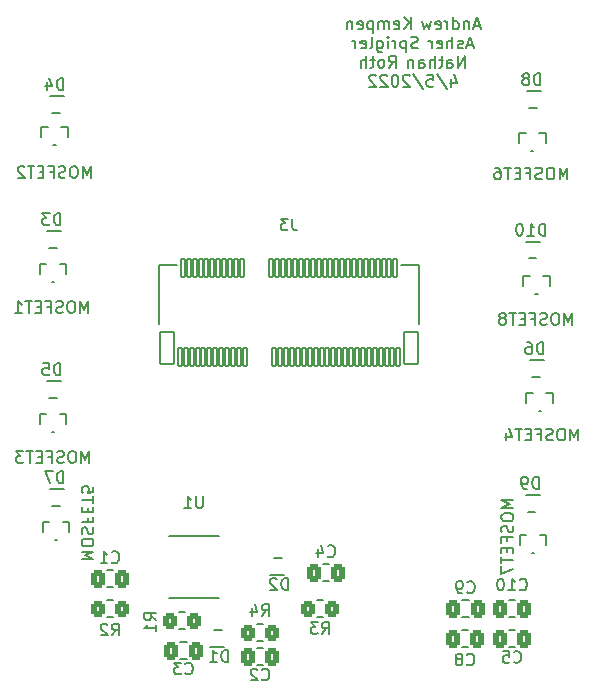
<source format=gbo>
%TF.GenerationSoftware,KiCad,Pcbnew,(6.99.0-1698-gc3bed8f6ee)*%
%TF.CreationDate,2022-10-05T21:42:40-05:00*%
%TF.ProjectId,Pneumatics Control Unit V1,506e6575-6d61-4746-9963-7320436f6e74,rev?*%
%TF.SameCoordinates,Original*%
%TF.FileFunction,Legend,Bot*%
%TF.FilePolarity,Positive*%
%FSLAX46Y46*%
G04 Gerber Fmt 4.6, Leading zero omitted, Abs format (unit mm)*
G04 Created by KiCad (PCBNEW (6.99.0-1698-gc3bed8f6ee)) date 2022-10-05 21:42:40*
%MOMM*%
%LPD*%
G01*
G04 APERTURE LIST*
G04 Aperture macros list*
%AMRoundRect*
0 Rectangle with rounded corners*
0 $1 Rounding radius*
0 $2 $3 $4 $5 $6 $7 $8 $9 X,Y pos of 4 corners*
0 Add a 4 corners polygon primitive as box body*
4,1,4,$2,$3,$4,$5,$6,$7,$8,$9,$2,$3,0*
0 Add four circle primitives for the rounded corners*
1,1,$1+$1,$2,$3*
1,1,$1+$1,$4,$5*
1,1,$1+$1,$6,$7*
1,1,$1+$1,$8,$9*
0 Add four rect primitives between the rounded corners*
20,1,$1+$1,$2,$3,$4,$5,0*
20,1,$1+$1,$4,$5,$6,$7,0*
20,1,$1+$1,$6,$7,$8,$9,0*
20,1,$1+$1,$8,$9,$2,$3,0*%
G04 Aperture macros list end*
%ADD10C,0.153000*%
%ADD11R,1.700000X1.700000*%
%ADD12O,1.700000X1.700000*%
%ADD13C,4.170000*%
%ADD14C,3.000000*%
%ADD15C,1.200000*%
%ADD16C,1.440000*%
%ADD17O,1.300000X0.650000*%
%ADD18O,0.775000X1.550000*%
%ADD19RoundRect,0.250000X-0.337500X-0.475000X0.337500X-0.475000X0.337500X0.475000X-0.337500X0.475000X0*%
%ADD20RoundRect,0.250000X-0.350000X-0.450000X0.350000X-0.450000X0.350000X0.450000X-0.350000X0.450000X0*%
%ADD21RoundRect,0.250000X0.337500X0.475000X-0.337500X0.475000X-0.337500X-0.475000X0.337500X-0.475000X0*%
%ADD22R,0.450000X0.400000*%
%ADD23R,0.450000X0.500000*%
%ADD24R,0.450800X1.136200*%
%ADD25C,1.600000*%
%ADD26C,1.100000*%
%ADD27RoundRect,0.101600X-0.150000X-0.775000X0.150000X-0.775000X0.150000X0.775000X-0.150000X0.775000X0*%
%ADD28RoundRect,0.100000X-0.150000X-0.775000X0.150000X-0.775000X0.150000X0.775000X-0.150000X0.775000X0*%
%ADD29RoundRect,0.101600X-0.600000X-1.375000X0.600000X-1.375000X0.600000X1.375000X-0.600000X1.375000X0*%
%ADD30C,6.203200*%
%ADD31RoundRect,0.250000X0.350000X0.450000X-0.350000X0.450000X-0.350000X-0.450000X0.350000X-0.450000X0*%
%ADD32R,1.460500X0.558800*%
G04 APERTURE END LIST*
D10*
X146095333Y-69025666D02*
X145619143Y-69025666D01*
X146190571Y-69311380D02*
X145857238Y-68311380D01*
X145857238Y-68311380D02*
X145523905Y-69311380D01*
X145190571Y-68644714D02*
X145190571Y-69311380D01*
X145190571Y-68739952D02*
X145142952Y-68692333D01*
X145142952Y-68692333D02*
X145047714Y-68644714D01*
X145047714Y-68644714D02*
X144904857Y-68644714D01*
X144904857Y-68644714D02*
X144809619Y-68692333D01*
X144809619Y-68692333D02*
X144762000Y-68787571D01*
X144762000Y-68787571D02*
X144762000Y-69311380D01*
X143857238Y-69311380D02*
X143857238Y-68311380D01*
X143857238Y-69263761D02*
X143952476Y-69311380D01*
X143952476Y-69311380D02*
X144142952Y-69311380D01*
X144142952Y-69311380D02*
X144238190Y-69263761D01*
X144238190Y-69263761D02*
X144285809Y-69216142D01*
X144285809Y-69216142D02*
X144333428Y-69120904D01*
X144333428Y-69120904D02*
X144333428Y-68835190D01*
X144333428Y-68835190D02*
X144285809Y-68739952D01*
X144285809Y-68739952D02*
X144238190Y-68692333D01*
X144238190Y-68692333D02*
X144142952Y-68644714D01*
X144142952Y-68644714D02*
X143952476Y-68644714D01*
X143952476Y-68644714D02*
X143857238Y-68692333D01*
X143381047Y-69311380D02*
X143381047Y-68644714D01*
X143381047Y-68835190D02*
X143333428Y-68739952D01*
X143333428Y-68739952D02*
X143285809Y-68692333D01*
X143285809Y-68692333D02*
X143190571Y-68644714D01*
X143190571Y-68644714D02*
X143095333Y-68644714D01*
X142381047Y-69263761D02*
X142476285Y-69311380D01*
X142476285Y-69311380D02*
X142666761Y-69311380D01*
X142666761Y-69311380D02*
X142761999Y-69263761D01*
X142761999Y-69263761D02*
X142809618Y-69168523D01*
X142809618Y-69168523D02*
X142809618Y-68787571D01*
X142809618Y-68787571D02*
X142761999Y-68692333D01*
X142761999Y-68692333D02*
X142666761Y-68644714D01*
X142666761Y-68644714D02*
X142476285Y-68644714D01*
X142476285Y-68644714D02*
X142381047Y-68692333D01*
X142381047Y-68692333D02*
X142333428Y-68787571D01*
X142333428Y-68787571D02*
X142333428Y-68882809D01*
X142333428Y-68882809D02*
X142809618Y-68978047D01*
X142000094Y-68644714D02*
X141809618Y-69311380D01*
X141809618Y-69311380D02*
X141619142Y-68835190D01*
X141619142Y-68835190D02*
X141428666Y-69311380D01*
X141428666Y-69311380D02*
X141238190Y-68644714D01*
X140257237Y-69311380D02*
X140257237Y-68311380D01*
X139685809Y-69311380D02*
X140114380Y-68739952D01*
X139685809Y-68311380D02*
X140257237Y-68882809D01*
X138876285Y-69263761D02*
X138971523Y-69311380D01*
X138971523Y-69311380D02*
X139161999Y-69311380D01*
X139161999Y-69311380D02*
X139257237Y-69263761D01*
X139257237Y-69263761D02*
X139304856Y-69168523D01*
X139304856Y-69168523D02*
X139304856Y-68787571D01*
X139304856Y-68787571D02*
X139257237Y-68692333D01*
X139257237Y-68692333D02*
X139161999Y-68644714D01*
X139161999Y-68644714D02*
X138971523Y-68644714D01*
X138971523Y-68644714D02*
X138876285Y-68692333D01*
X138876285Y-68692333D02*
X138828666Y-68787571D01*
X138828666Y-68787571D02*
X138828666Y-68882809D01*
X138828666Y-68882809D02*
X139304856Y-68978047D01*
X138400094Y-69311380D02*
X138400094Y-68644714D01*
X138400094Y-68739952D02*
X138352475Y-68692333D01*
X138352475Y-68692333D02*
X138257237Y-68644714D01*
X138257237Y-68644714D02*
X138114380Y-68644714D01*
X138114380Y-68644714D02*
X138019142Y-68692333D01*
X138019142Y-68692333D02*
X137971523Y-68787571D01*
X137971523Y-68787571D02*
X137971523Y-69311380D01*
X137971523Y-68787571D02*
X137923904Y-68692333D01*
X137923904Y-68692333D02*
X137828666Y-68644714D01*
X137828666Y-68644714D02*
X137685809Y-68644714D01*
X137685809Y-68644714D02*
X137590570Y-68692333D01*
X137590570Y-68692333D02*
X137542951Y-68787571D01*
X137542951Y-68787571D02*
X137542951Y-69311380D01*
X137066761Y-68644714D02*
X137066761Y-69644714D01*
X137066761Y-68692333D02*
X136971523Y-68644714D01*
X136971523Y-68644714D02*
X136781047Y-68644714D01*
X136781047Y-68644714D02*
X136685809Y-68692333D01*
X136685809Y-68692333D02*
X136638190Y-68739952D01*
X136638190Y-68739952D02*
X136590571Y-68835190D01*
X136590571Y-68835190D02*
X136590571Y-69120904D01*
X136590571Y-69120904D02*
X136638190Y-69216142D01*
X136638190Y-69216142D02*
X136685809Y-69263761D01*
X136685809Y-69263761D02*
X136781047Y-69311380D01*
X136781047Y-69311380D02*
X136971523Y-69311380D01*
X136971523Y-69311380D02*
X137066761Y-69263761D01*
X135781047Y-69263761D02*
X135876285Y-69311380D01*
X135876285Y-69311380D02*
X136066761Y-69311380D01*
X136066761Y-69311380D02*
X136161999Y-69263761D01*
X136161999Y-69263761D02*
X136209618Y-69168523D01*
X136209618Y-69168523D02*
X136209618Y-68787571D01*
X136209618Y-68787571D02*
X136161999Y-68692333D01*
X136161999Y-68692333D02*
X136066761Y-68644714D01*
X136066761Y-68644714D02*
X135876285Y-68644714D01*
X135876285Y-68644714D02*
X135781047Y-68692333D01*
X135781047Y-68692333D02*
X135733428Y-68787571D01*
X135733428Y-68787571D02*
X135733428Y-68882809D01*
X135733428Y-68882809D02*
X136209618Y-68978047D01*
X135304856Y-68644714D02*
X135304856Y-69311380D01*
X135304856Y-68739952D02*
X135257237Y-68692333D01*
X135257237Y-68692333D02*
X135161999Y-68644714D01*
X135161999Y-68644714D02*
X135019142Y-68644714D01*
X135019142Y-68644714D02*
X134923904Y-68692333D01*
X134923904Y-68692333D02*
X134876285Y-68787571D01*
X134876285Y-68787571D02*
X134876285Y-69311380D01*
X145523905Y-70645666D02*
X145047715Y-70645666D01*
X145619143Y-70931380D02*
X145285810Y-69931380D01*
X145285810Y-69931380D02*
X144952477Y-70931380D01*
X144666762Y-70883761D02*
X144571524Y-70931380D01*
X144571524Y-70931380D02*
X144381048Y-70931380D01*
X144381048Y-70931380D02*
X144285810Y-70883761D01*
X144285810Y-70883761D02*
X144238191Y-70788523D01*
X144238191Y-70788523D02*
X144238191Y-70740904D01*
X144238191Y-70740904D02*
X144285810Y-70645666D01*
X144285810Y-70645666D02*
X144381048Y-70598047D01*
X144381048Y-70598047D02*
X144523905Y-70598047D01*
X144523905Y-70598047D02*
X144619143Y-70550428D01*
X144619143Y-70550428D02*
X144666762Y-70455190D01*
X144666762Y-70455190D02*
X144666762Y-70407571D01*
X144666762Y-70407571D02*
X144619143Y-70312333D01*
X144619143Y-70312333D02*
X144523905Y-70264714D01*
X144523905Y-70264714D02*
X144381048Y-70264714D01*
X144381048Y-70264714D02*
X144285810Y-70312333D01*
X143809619Y-70931380D02*
X143809619Y-69931380D01*
X143381048Y-70931380D02*
X143381048Y-70407571D01*
X143381048Y-70407571D02*
X143428667Y-70312333D01*
X143428667Y-70312333D02*
X143523905Y-70264714D01*
X143523905Y-70264714D02*
X143666762Y-70264714D01*
X143666762Y-70264714D02*
X143762000Y-70312333D01*
X143762000Y-70312333D02*
X143809619Y-70359952D01*
X142523905Y-70883761D02*
X142619143Y-70931380D01*
X142619143Y-70931380D02*
X142809619Y-70931380D01*
X142809619Y-70931380D02*
X142904857Y-70883761D01*
X142904857Y-70883761D02*
X142952476Y-70788523D01*
X142952476Y-70788523D02*
X142952476Y-70407571D01*
X142952476Y-70407571D02*
X142904857Y-70312333D01*
X142904857Y-70312333D02*
X142809619Y-70264714D01*
X142809619Y-70264714D02*
X142619143Y-70264714D01*
X142619143Y-70264714D02*
X142523905Y-70312333D01*
X142523905Y-70312333D02*
X142476286Y-70407571D01*
X142476286Y-70407571D02*
X142476286Y-70502809D01*
X142476286Y-70502809D02*
X142952476Y-70598047D01*
X142047714Y-70931380D02*
X142047714Y-70264714D01*
X142047714Y-70455190D02*
X142000095Y-70359952D01*
X142000095Y-70359952D02*
X141952476Y-70312333D01*
X141952476Y-70312333D02*
X141857238Y-70264714D01*
X141857238Y-70264714D02*
X141762000Y-70264714D01*
X140876285Y-70883761D02*
X140733428Y-70931380D01*
X140733428Y-70931380D02*
X140495333Y-70931380D01*
X140495333Y-70931380D02*
X140400095Y-70883761D01*
X140400095Y-70883761D02*
X140352476Y-70836142D01*
X140352476Y-70836142D02*
X140304857Y-70740904D01*
X140304857Y-70740904D02*
X140304857Y-70645666D01*
X140304857Y-70645666D02*
X140352476Y-70550428D01*
X140352476Y-70550428D02*
X140400095Y-70502809D01*
X140400095Y-70502809D02*
X140495333Y-70455190D01*
X140495333Y-70455190D02*
X140685809Y-70407571D01*
X140685809Y-70407571D02*
X140781047Y-70359952D01*
X140781047Y-70359952D02*
X140828666Y-70312333D01*
X140828666Y-70312333D02*
X140876285Y-70217095D01*
X140876285Y-70217095D02*
X140876285Y-70121857D01*
X140876285Y-70121857D02*
X140828666Y-70026619D01*
X140828666Y-70026619D02*
X140781047Y-69979000D01*
X140781047Y-69979000D02*
X140685809Y-69931380D01*
X140685809Y-69931380D02*
X140447714Y-69931380D01*
X140447714Y-69931380D02*
X140304857Y-69979000D01*
X139876285Y-70264714D02*
X139876285Y-71264714D01*
X139876285Y-70312333D02*
X139781047Y-70264714D01*
X139781047Y-70264714D02*
X139590571Y-70264714D01*
X139590571Y-70264714D02*
X139495333Y-70312333D01*
X139495333Y-70312333D02*
X139447714Y-70359952D01*
X139447714Y-70359952D02*
X139400095Y-70455190D01*
X139400095Y-70455190D02*
X139400095Y-70740904D01*
X139400095Y-70740904D02*
X139447714Y-70836142D01*
X139447714Y-70836142D02*
X139495333Y-70883761D01*
X139495333Y-70883761D02*
X139590571Y-70931380D01*
X139590571Y-70931380D02*
X139781047Y-70931380D01*
X139781047Y-70931380D02*
X139876285Y-70883761D01*
X138971523Y-70931380D02*
X138971523Y-70264714D01*
X138971523Y-70455190D02*
X138923904Y-70359952D01*
X138923904Y-70359952D02*
X138876285Y-70312333D01*
X138876285Y-70312333D02*
X138781047Y-70264714D01*
X138781047Y-70264714D02*
X138685809Y-70264714D01*
X138352475Y-70931380D02*
X138352475Y-70264714D01*
X138352475Y-69931380D02*
X138400094Y-69979000D01*
X138400094Y-69979000D02*
X138352475Y-70026619D01*
X138352475Y-70026619D02*
X138304856Y-69979000D01*
X138304856Y-69979000D02*
X138352475Y-69931380D01*
X138352475Y-69931380D02*
X138352475Y-70026619D01*
X137447714Y-70264714D02*
X137447714Y-71074238D01*
X137447714Y-71074238D02*
X137495333Y-71169476D01*
X137495333Y-71169476D02*
X137542952Y-71217095D01*
X137542952Y-71217095D02*
X137638190Y-71264714D01*
X137638190Y-71264714D02*
X137781047Y-71264714D01*
X137781047Y-71264714D02*
X137876285Y-71217095D01*
X137447714Y-70883761D02*
X137542952Y-70931380D01*
X137542952Y-70931380D02*
X137733428Y-70931380D01*
X137733428Y-70931380D02*
X137828666Y-70883761D01*
X137828666Y-70883761D02*
X137876285Y-70836142D01*
X137876285Y-70836142D02*
X137923904Y-70740904D01*
X137923904Y-70740904D02*
X137923904Y-70455190D01*
X137923904Y-70455190D02*
X137876285Y-70359952D01*
X137876285Y-70359952D02*
X137828666Y-70312333D01*
X137828666Y-70312333D02*
X137733428Y-70264714D01*
X137733428Y-70264714D02*
X137542952Y-70264714D01*
X137542952Y-70264714D02*
X137447714Y-70312333D01*
X136828666Y-70931380D02*
X136923904Y-70883761D01*
X136923904Y-70883761D02*
X136971523Y-70788523D01*
X136971523Y-70788523D02*
X136971523Y-69931380D01*
X136066761Y-70883761D02*
X136161999Y-70931380D01*
X136161999Y-70931380D02*
X136352475Y-70931380D01*
X136352475Y-70931380D02*
X136447713Y-70883761D01*
X136447713Y-70883761D02*
X136495332Y-70788523D01*
X136495332Y-70788523D02*
X136495332Y-70407571D01*
X136495332Y-70407571D02*
X136447713Y-70312333D01*
X136447713Y-70312333D02*
X136352475Y-70264714D01*
X136352475Y-70264714D02*
X136161999Y-70264714D01*
X136161999Y-70264714D02*
X136066761Y-70312333D01*
X136066761Y-70312333D02*
X136019142Y-70407571D01*
X136019142Y-70407571D02*
X136019142Y-70502809D01*
X136019142Y-70502809D02*
X136495332Y-70598047D01*
X135590570Y-70931380D02*
X135590570Y-70264714D01*
X135590570Y-70455190D02*
X135542951Y-70359952D01*
X135542951Y-70359952D02*
X135495332Y-70312333D01*
X135495332Y-70312333D02*
X135400094Y-70264714D01*
X135400094Y-70264714D02*
X135304856Y-70264714D01*
X144833428Y-72551380D02*
X144833428Y-71551380D01*
X144833428Y-71551380D02*
X144262000Y-72551380D01*
X144262000Y-72551380D02*
X144262000Y-71551380D01*
X143357238Y-72551380D02*
X143357238Y-72027571D01*
X143357238Y-72027571D02*
X143404857Y-71932333D01*
X143404857Y-71932333D02*
X143500095Y-71884714D01*
X143500095Y-71884714D02*
X143690571Y-71884714D01*
X143690571Y-71884714D02*
X143785809Y-71932333D01*
X143357238Y-72503761D02*
X143452476Y-72551380D01*
X143452476Y-72551380D02*
X143690571Y-72551380D01*
X143690571Y-72551380D02*
X143785809Y-72503761D01*
X143785809Y-72503761D02*
X143833428Y-72408523D01*
X143833428Y-72408523D02*
X143833428Y-72313285D01*
X143833428Y-72313285D02*
X143785809Y-72218047D01*
X143785809Y-72218047D02*
X143690571Y-72170428D01*
X143690571Y-72170428D02*
X143452476Y-72170428D01*
X143452476Y-72170428D02*
X143357238Y-72122809D01*
X143023904Y-71884714D02*
X142642952Y-71884714D01*
X142881047Y-71551380D02*
X142881047Y-72408523D01*
X142881047Y-72408523D02*
X142833428Y-72503761D01*
X142833428Y-72503761D02*
X142738190Y-72551380D01*
X142738190Y-72551380D02*
X142642952Y-72551380D01*
X142309618Y-72551380D02*
X142309618Y-71551380D01*
X141881047Y-72551380D02*
X141881047Y-72027571D01*
X141881047Y-72027571D02*
X141928666Y-71932333D01*
X141928666Y-71932333D02*
X142023904Y-71884714D01*
X142023904Y-71884714D02*
X142166761Y-71884714D01*
X142166761Y-71884714D02*
X142261999Y-71932333D01*
X142261999Y-71932333D02*
X142309618Y-71979952D01*
X140976285Y-72551380D02*
X140976285Y-72027571D01*
X140976285Y-72027571D02*
X141023904Y-71932333D01*
X141023904Y-71932333D02*
X141119142Y-71884714D01*
X141119142Y-71884714D02*
X141309618Y-71884714D01*
X141309618Y-71884714D02*
X141404856Y-71932333D01*
X140976285Y-72503761D02*
X141071523Y-72551380D01*
X141071523Y-72551380D02*
X141309618Y-72551380D01*
X141309618Y-72551380D02*
X141404856Y-72503761D01*
X141404856Y-72503761D02*
X141452475Y-72408523D01*
X141452475Y-72408523D02*
X141452475Y-72313285D01*
X141452475Y-72313285D02*
X141404856Y-72218047D01*
X141404856Y-72218047D02*
X141309618Y-72170428D01*
X141309618Y-72170428D02*
X141071523Y-72170428D01*
X141071523Y-72170428D02*
X140976285Y-72122809D01*
X140500094Y-71884714D02*
X140500094Y-72551380D01*
X140500094Y-71979952D02*
X140452475Y-71932333D01*
X140452475Y-71932333D02*
X140357237Y-71884714D01*
X140357237Y-71884714D02*
X140214380Y-71884714D01*
X140214380Y-71884714D02*
X140119142Y-71932333D01*
X140119142Y-71932333D02*
X140071523Y-72027571D01*
X140071523Y-72027571D02*
X140071523Y-72551380D01*
X138423904Y-72551380D02*
X138757237Y-72075190D01*
X138995332Y-72551380D02*
X138995332Y-71551380D01*
X138995332Y-71551380D02*
X138614380Y-71551380D01*
X138614380Y-71551380D02*
X138519142Y-71599000D01*
X138519142Y-71599000D02*
X138471523Y-71646619D01*
X138471523Y-71646619D02*
X138423904Y-71741857D01*
X138423904Y-71741857D02*
X138423904Y-71884714D01*
X138423904Y-71884714D02*
X138471523Y-71979952D01*
X138471523Y-71979952D02*
X138519142Y-72027571D01*
X138519142Y-72027571D02*
X138614380Y-72075190D01*
X138614380Y-72075190D02*
X138995332Y-72075190D01*
X137852475Y-72551380D02*
X137947713Y-72503761D01*
X137947713Y-72503761D02*
X137995332Y-72456142D01*
X137995332Y-72456142D02*
X138042951Y-72360904D01*
X138042951Y-72360904D02*
X138042951Y-72075190D01*
X138042951Y-72075190D02*
X137995332Y-71979952D01*
X137995332Y-71979952D02*
X137947713Y-71932333D01*
X137947713Y-71932333D02*
X137852475Y-71884714D01*
X137852475Y-71884714D02*
X137709618Y-71884714D01*
X137709618Y-71884714D02*
X137614380Y-71932333D01*
X137614380Y-71932333D02*
X137566761Y-71979952D01*
X137566761Y-71979952D02*
X137519142Y-72075190D01*
X137519142Y-72075190D02*
X137519142Y-72360904D01*
X137519142Y-72360904D02*
X137566761Y-72456142D01*
X137566761Y-72456142D02*
X137614380Y-72503761D01*
X137614380Y-72503761D02*
X137709618Y-72551380D01*
X137709618Y-72551380D02*
X137852475Y-72551380D01*
X137233427Y-71884714D02*
X136852475Y-71884714D01*
X137090570Y-71551380D02*
X137090570Y-72408523D01*
X137090570Y-72408523D02*
X137042951Y-72503761D01*
X137042951Y-72503761D02*
X136947713Y-72551380D01*
X136947713Y-72551380D02*
X136852475Y-72551380D01*
X136519141Y-72551380D02*
X136519141Y-71551380D01*
X136090570Y-72551380D02*
X136090570Y-72027571D01*
X136090570Y-72027571D02*
X136138189Y-71932333D01*
X136138189Y-71932333D02*
X136233427Y-71884714D01*
X136233427Y-71884714D02*
X136376284Y-71884714D01*
X136376284Y-71884714D02*
X136471522Y-71932333D01*
X136471522Y-71932333D02*
X136519141Y-71979952D01*
X143700095Y-73504714D02*
X143700095Y-74171380D01*
X143938190Y-73123761D02*
X144176285Y-73838047D01*
X144176285Y-73838047D02*
X143557238Y-73838047D01*
X142462000Y-73123761D02*
X143319142Y-74409476D01*
X141652476Y-73171380D02*
X142128666Y-73171380D01*
X142128666Y-73171380D02*
X142176285Y-73647571D01*
X142176285Y-73647571D02*
X142128666Y-73599952D01*
X142128666Y-73599952D02*
X142033428Y-73552333D01*
X142033428Y-73552333D02*
X141795333Y-73552333D01*
X141795333Y-73552333D02*
X141700095Y-73599952D01*
X141700095Y-73599952D02*
X141652476Y-73647571D01*
X141652476Y-73647571D02*
X141604857Y-73742809D01*
X141604857Y-73742809D02*
X141604857Y-73980904D01*
X141604857Y-73980904D02*
X141652476Y-74076142D01*
X141652476Y-74076142D02*
X141700095Y-74123761D01*
X141700095Y-74123761D02*
X141795333Y-74171380D01*
X141795333Y-74171380D02*
X142033428Y-74171380D01*
X142033428Y-74171380D02*
X142128666Y-74123761D01*
X142128666Y-74123761D02*
X142176285Y-74076142D01*
X140462000Y-73123761D02*
X141319142Y-74409476D01*
X140176285Y-73266619D02*
X140128666Y-73219000D01*
X140128666Y-73219000D02*
X140033428Y-73171380D01*
X140033428Y-73171380D02*
X139795333Y-73171380D01*
X139795333Y-73171380D02*
X139700095Y-73219000D01*
X139700095Y-73219000D02*
X139652476Y-73266619D01*
X139652476Y-73266619D02*
X139604857Y-73361857D01*
X139604857Y-73361857D02*
X139604857Y-73457095D01*
X139604857Y-73457095D02*
X139652476Y-73599952D01*
X139652476Y-73599952D02*
X140223904Y-74171380D01*
X140223904Y-74171380D02*
X139604857Y-74171380D01*
X138985809Y-73171380D02*
X138890571Y-73171380D01*
X138890571Y-73171380D02*
X138795333Y-73219000D01*
X138795333Y-73219000D02*
X138747714Y-73266619D01*
X138747714Y-73266619D02*
X138700095Y-73361857D01*
X138700095Y-73361857D02*
X138652476Y-73552333D01*
X138652476Y-73552333D02*
X138652476Y-73790428D01*
X138652476Y-73790428D02*
X138700095Y-73980904D01*
X138700095Y-73980904D02*
X138747714Y-74076142D01*
X138747714Y-74076142D02*
X138795333Y-74123761D01*
X138795333Y-74123761D02*
X138890571Y-74171380D01*
X138890571Y-74171380D02*
X138985809Y-74171380D01*
X138985809Y-74171380D02*
X139081047Y-74123761D01*
X139081047Y-74123761D02*
X139128666Y-74076142D01*
X139128666Y-74076142D02*
X139176285Y-73980904D01*
X139176285Y-73980904D02*
X139223904Y-73790428D01*
X139223904Y-73790428D02*
X139223904Y-73552333D01*
X139223904Y-73552333D02*
X139176285Y-73361857D01*
X139176285Y-73361857D02*
X139128666Y-73266619D01*
X139128666Y-73266619D02*
X139081047Y-73219000D01*
X139081047Y-73219000D02*
X138985809Y-73171380D01*
X138271523Y-73266619D02*
X138223904Y-73219000D01*
X138223904Y-73219000D02*
X138128666Y-73171380D01*
X138128666Y-73171380D02*
X137890571Y-73171380D01*
X137890571Y-73171380D02*
X137795333Y-73219000D01*
X137795333Y-73219000D02*
X137747714Y-73266619D01*
X137747714Y-73266619D02*
X137700095Y-73361857D01*
X137700095Y-73361857D02*
X137700095Y-73457095D01*
X137700095Y-73457095D02*
X137747714Y-73599952D01*
X137747714Y-73599952D02*
X138319142Y-74171380D01*
X138319142Y-74171380D02*
X137700095Y-74171380D01*
X137319142Y-73266619D02*
X137271523Y-73219000D01*
X137271523Y-73219000D02*
X137176285Y-73171380D01*
X137176285Y-73171380D02*
X136938190Y-73171380D01*
X136938190Y-73171380D02*
X136842952Y-73219000D01*
X136842952Y-73219000D02*
X136795333Y-73266619D01*
X136795333Y-73266619D02*
X136747714Y-73361857D01*
X136747714Y-73361857D02*
X136747714Y-73457095D01*
X136747714Y-73457095D02*
X136795333Y-73599952D01*
X136795333Y-73599952D02*
X137366761Y-74171380D01*
X137366761Y-74171380D02*
X136747714Y-74171380D01*
%TO.C,C10*%
X149486857Y-116731142D02*
X149534476Y-116778761D01*
X149534476Y-116778761D02*
X149677333Y-116826380D01*
X149677333Y-116826380D02*
X149772571Y-116826380D01*
X149772571Y-116826380D02*
X149915428Y-116778761D01*
X149915428Y-116778761D02*
X150010666Y-116683523D01*
X150010666Y-116683523D02*
X150058285Y-116588285D01*
X150058285Y-116588285D02*
X150105904Y-116397809D01*
X150105904Y-116397809D02*
X150105904Y-116254952D01*
X150105904Y-116254952D02*
X150058285Y-116064476D01*
X150058285Y-116064476D02*
X150010666Y-115969238D01*
X150010666Y-115969238D02*
X149915428Y-115874000D01*
X149915428Y-115874000D02*
X149772571Y-115826380D01*
X149772571Y-115826380D02*
X149677333Y-115826380D01*
X149677333Y-115826380D02*
X149534476Y-115874000D01*
X149534476Y-115874000D02*
X149486857Y-115921619D01*
X148534476Y-116826380D02*
X149105904Y-116826380D01*
X148820190Y-116826380D02*
X148820190Y-115826380D01*
X148820190Y-115826380D02*
X148915428Y-115969238D01*
X148915428Y-115969238D02*
X149010666Y-116064476D01*
X149010666Y-116064476D02*
X149105904Y-116112095D01*
X147915428Y-115826380D02*
X147820190Y-115826380D01*
X147820190Y-115826380D02*
X147724952Y-115874000D01*
X147724952Y-115874000D02*
X147677333Y-115921619D01*
X147677333Y-115921619D02*
X147629714Y-116016857D01*
X147629714Y-116016857D02*
X147582095Y-116207333D01*
X147582095Y-116207333D02*
X147582095Y-116445428D01*
X147582095Y-116445428D02*
X147629714Y-116635904D01*
X147629714Y-116635904D02*
X147677333Y-116731142D01*
X147677333Y-116731142D02*
X147724952Y-116778761D01*
X147724952Y-116778761D02*
X147820190Y-116826380D01*
X147820190Y-116826380D02*
X147915428Y-116826380D01*
X147915428Y-116826380D02*
X148010666Y-116778761D01*
X148010666Y-116778761D02*
X148058285Y-116731142D01*
X148058285Y-116731142D02*
X148105904Y-116635904D01*
X148105904Y-116635904D02*
X148153523Y-116445428D01*
X148153523Y-116445428D02*
X148153523Y-116207333D01*
X148153523Y-116207333D02*
X148105904Y-116016857D01*
X148105904Y-116016857D02*
X148058285Y-115921619D01*
X148058285Y-115921619D02*
X148010666Y-115874000D01*
X148010666Y-115874000D02*
X147915428Y-115826380D01*
%TO.C,R4*%
X127674666Y-118985380D02*
X128007999Y-118509190D01*
X128246094Y-118985380D02*
X128246094Y-117985380D01*
X128246094Y-117985380D02*
X127865142Y-117985380D01*
X127865142Y-117985380D02*
X127769904Y-118033000D01*
X127769904Y-118033000D02*
X127722285Y-118080619D01*
X127722285Y-118080619D02*
X127674666Y-118175857D01*
X127674666Y-118175857D02*
X127674666Y-118318714D01*
X127674666Y-118318714D02*
X127722285Y-118413952D01*
X127722285Y-118413952D02*
X127769904Y-118461571D01*
X127769904Y-118461571D02*
X127865142Y-118509190D01*
X127865142Y-118509190D02*
X128246094Y-118509190D01*
X126817523Y-118318714D02*
X126817523Y-118985380D01*
X127055618Y-117937761D02*
X127293713Y-118652047D01*
X127293713Y-118652047D02*
X126674666Y-118652047D01*
%TO.C,C9*%
X145073666Y-116956142D02*
X145121285Y-117003761D01*
X145121285Y-117003761D02*
X145264142Y-117051380D01*
X145264142Y-117051380D02*
X145359380Y-117051380D01*
X145359380Y-117051380D02*
X145502237Y-117003761D01*
X145502237Y-117003761D02*
X145597475Y-116908523D01*
X145597475Y-116908523D02*
X145645094Y-116813285D01*
X145645094Y-116813285D02*
X145692713Y-116622809D01*
X145692713Y-116622809D02*
X145692713Y-116479952D01*
X145692713Y-116479952D02*
X145645094Y-116289476D01*
X145645094Y-116289476D02*
X145597475Y-116194238D01*
X145597475Y-116194238D02*
X145502237Y-116099000D01*
X145502237Y-116099000D02*
X145359380Y-116051380D01*
X145359380Y-116051380D02*
X145264142Y-116051380D01*
X145264142Y-116051380D02*
X145121285Y-116099000D01*
X145121285Y-116099000D02*
X145073666Y-116146619D01*
X144597475Y-117051380D02*
X144406999Y-117051380D01*
X144406999Y-117051380D02*
X144311761Y-117003761D01*
X144311761Y-117003761D02*
X144264142Y-116956142D01*
X144264142Y-116956142D02*
X144168904Y-116813285D01*
X144168904Y-116813285D02*
X144121285Y-116622809D01*
X144121285Y-116622809D02*
X144121285Y-116241857D01*
X144121285Y-116241857D02*
X144168904Y-116146619D01*
X144168904Y-116146619D02*
X144216523Y-116099000D01*
X144216523Y-116099000D02*
X144311761Y-116051380D01*
X144311761Y-116051380D02*
X144502237Y-116051380D01*
X144502237Y-116051380D02*
X144597475Y-116099000D01*
X144597475Y-116099000D02*
X144645094Y-116146619D01*
X144645094Y-116146619D02*
X144692713Y-116241857D01*
X144692713Y-116241857D02*
X144692713Y-116479952D01*
X144692713Y-116479952D02*
X144645094Y-116575190D01*
X144645094Y-116575190D02*
X144597475Y-116622809D01*
X144597475Y-116622809D02*
X144502237Y-116670428D01*
X144502237Y-116670428D02*
X144311761Y-116670428D01*
X144311761Y-116670428D02*
X144216523Y-116622809D01*
X144216523Y-116622809D02*
X144168904Y-116575190D01*
X144168904Y-116575190D02*
X144121285Y-116479952D01*
%TO.C,C3*%
X121197666Y-123843142D02*
X121245285Y-123890761D01*
X121245285Y-123890761D02*
X121388142Y-123938380D01*
X121388142Y-123938380D02*
X121483380Y-123938380D01*
X121483380Y-123938380D02*
X121626237Y-123890761D01*
X121626237Y-123890761D02*
X121721475Y-123795523D01*
X121721475Y-123795523D02*
X121769094Y-123700285D01*
X121769094Y-123700285D02*
X121816713Y-123509809D01*
X121816713Y-123509809D02*
X121816713Y-123366952D01*
X121816713Y-123366952D02*
X121769094Y-123176476D01*
X121769094Y-123176476D02*
X121721475Y-123081238D01*
X121721475Y-123081238D02*
X121626237Y-122986000D01*
X121626237Y-122986000D02*
X121483380Y-122938380D01*
X121483380Y-122938380D02*
X121388142Y-122938380D01*
X121388142Y-122938380D02*
X121245285Y-122986000D01*
X121245285Y-122986000D02*
X121197666Y-123033619D01*
X120864332Y-122938380D02*
X120245285Y-122938380D01*
X120245285Y-122938380D02*
X120578618Y-123319333D01*
X120578618Y-123319333D02*
X120435761Y-123319333D01*
X120435761Y-123319333D02*
X120340523Y-123366952D01*
X120340523Y-123366952D02*
X120292904Y-123414571D01*
X120292904Y-123414571D02*
X120245285Y-123509809D01*
X120245285Y-123509809D02*
X120245285Y-123747904D01*
X120245285Y-123747904D02*
X120292904Y-123843142D01*
X120292904Y-123843142D02*
X120340523Y-123890761D01*
X120340523Y-123890761D02*
X120435761Y-123938380D01*
X120435761Y-123938380D02*
X120721475Y-123938380D01*
X120721475Y-123938380D02*
X120816713Y-123890761D01*
X120816713Y-123890761D02*
X120864332Y-123843142D01*
%TO.C,D6*%
X151514094Y-96811380D02*
X151514094Y-95811380D01*
X151514094Y-95811380D02*
X151275999Y-95811380D01*
X151275999Y-95811380D02*
X151133142Y-95859000D01*
X151133142Y-95859000D02*
X151037904Y-95954238D01*
X151037904Y-95954238D02*
X150990285Y-96049476D01*
X150990285Y-96049476D02*
X150942666Y-96239952D01*
X150942666Y-96239952D02*
X150942666Y-96382809D01*
X150942666Y-96382809D02*
X150990285Y-96573285D01*
X150990285Y-96573285D02*
X151037904Y-96668523D01*
X151037904Y-96668523D02*
X151133142Y-96763761D01*
X151133142Y-96763761D02*
X151275999Y-96811380D01*
X151275999Y-96811380D02*
X151514094Y-96811380D01*
X150085523Y-95811380D02*
X150275999Y-95811380D01*
X150275999Y-95811380D02*
X150371237Y-95859000D01*
X150371237Y-95859000D02*
X150418856Y-95906619D01*
X150418856Y-95906619D02*
X150514094Y-96049476D01*
X150514094Y-96049476D02*
X150561713Y-96239952D01*
X150561713Y-96239952D02*
X150561713Y-96620904D01*
X150561713Y-96620904D02*
X150514094Y-96716142D01*
X150514094Y-96716142D02*
X150466475Y-96763761D01*
X150466475Y-96763761D02*
X150371237Y-96811380D01*
X150371237Y-96811380D02*
X150180761Y-96811380D01*
X150180761Y-96811380D02*
X150085523Y-96763761D01*
X150085523Y-96763761D02*
X150037904Y-96716142D01*
X150037904Y-96716142D02*
X149990285Y-96620904D01*
X149990285Y-96620904D02*
X149990285Y-96382809D01*
X149990285Y-96382809D02*
X150037904Y-96287571D01*
X150037904Y-96287571D02*
X150085523Y-96239952D01*
X150085523Y-96239952D02*
X150180761Y-96192333D01*
X150180761Y-96192333D02*
X150371237Y-96192333D01*
X150371237Y-96192333D02*
X150466475Y-96239952D01*
X150466475Y-96239952D02*
X150514094Y-96287571D01*
X150514094Y-96287571D02*
X150561713Y-96382809D01*
%TO.C,D3*%
X110620094Y-85889380D02*
X110620094Y-84889380D01*
X110620094Y-84889380D02*
X110381999Y-84889380D01*
X110381999Y-84889380D02*
X110239142Y-84937000D01*
X110239142Y-84937000D02*
X110143904Y-85032238D01*
X110143904Y-85032238D02*
X110096285Y-85127476D01*
X110096285Y-85127476D02*
X110048666Y-85317952D01*
X110048666Y-85317952D02*
X110048666Y-85460809D01*
X110048666Y-85460809D02*
X110096285Y-85651285D01*
X110096285Y-85651285D02*
X110143904Y-85746523D01*
X110143904Y-85746523D02*
X110239142Y-85841761D01*
X110239142Y-85841761D02*
X110381999Y-85889380D01*
X110381999Y-85889380D02*
X110620094Y-85889380D01*
X109715332Y-84889380D02*
X109096285Y-84889380D01*
X109096285Y-84889380D02*
X109429618Y-85270333D01*
X109429618Y-85270333D02*
X109286761Y-85270333D01*
X109286761Y-85270333D02*
X109191523Y-85317952D01*
X109191523Y-85317952D02*
X109143904Y-85365571D01*
X109143904Y-85365571D02*
X109096285Y-85460809D01*
X109096285Y-85460809D02*
X109096285Y-85698904D01*
X109096285Y-85698904D02*
X109143904Y-85794142D01*
X109143904Y-85794142D02*
X109191523Y-85841761D01*
X109191523Y-85841761D02*
X109286761Y-85889380D01*
X109286761Y-85889380D02*
X109572475Y-85889380D01*
X109572475Y-85889380D02*
X109667713Y-85841761D01*
X109667713Y-85841761D02*
X109715332Y-85794142D01*
%TO.C,C5*%
X149010666Y-122856142D02*
X149058285Y-122903761D01*
X149058285Y-122903761D02*
X149201142Y-122951380D01*
X149201142Y-122951380D02*
X149296380Y-122951380D01*
X149296380Y-122951380D02*
X149439237Y-122903761D01*
X149439237Y-122903761D02*
X149534475Y-122808523D01*
X149534475Y-122808523D02*
X149582094Y-122713285D01*
X149582094Y-122713285D02*
X149629713Y-122522809D01*
X149629713Y-122522809D02*
X149629713Y-122379952D01*
X149629713Y-122379952D02*
X149582094Y-122189476D01*
X149582094Y-122189476D02*
X149534475Y-122094238D01*
X149534475Y-122094238D02*
X149439237Y-121999000D01*
X149439237Y-121999000D02*
X149296380Y-121951380D01*
X149296380Y-121951380D02*
X149201142Y-121951380D01*
X149201142Y-121951380D02*
X149058285Y-121999000D01*
X149058285Y-121999000D02*
X149010666Y-122046619D01*
X148105904Y-121951380D02*
X148582094Y-121951380D01*
X148582094Y-121951380D02*
X148629713Y-122427571D01*
X148629713Y-122427571D02*
X148582094Y-122379952D01*
X148582094Y-122379952D02*
X148486856Y-122332333D01*
X148486856Y-122332333D02*
X148248761Y-122332333D01*
X148248761Y-122332333D02*
X148153523Y-122379952D01*
X148153523Y-122379952D02*
X148105904Y-122427571D01*
X148105904Y-122427571D02*
X148058285Y-122522809D01*
X148058285Y-122522809D02*
X148058285Y-122760904D01*
X148058285Y-122760904D02*
X148105904Y-122856142D01*
X148105904Y-122856142D02*
X148153523Y-122903761D01*
X148153523Y-122903761D02*
X148248761Y-122951380D01*
X148248761Y-122951380D02*
X148486856Y-122951380D01*
X148486856Y-122951380D02*
X148582094Y-122903761D01*
X148582094Y-122903761D02*
X148629713Y-122856142D01*
%TO.C,C8*%
X145030666Y-123081142D02*
X145078285Y-123128761D01*
X145078285Y-123128761D02*
X145221142Y-123176380D01*
X145221142Y-123176380D02*
X145316380Y-123176380D01*
X145316380Y-123176380D02*
X145459237Y-123128761D01*
X145459237Y-123128761D02*
X145554475Y-123033523D01*
X145554475Y-123033523D02*
X145602094Y-122938285D01*
X145602094Y-122938285D02*
X145649713Y-122747809D01*
X145649713Y-122747809D02*
X145649713Y-122604952D01*
X145649713Y-122604952D02*
X145602094Y-122414476D01*
X145602094Y-122414476D02*
X145554475Y-122319238D01*
X145554475Y-122319238D02*
X145459237Y-122224000D01*
X145459237Y-122224000D02*
X145316380Y-122176380D01*
X145316380Y-122176380D02*
X145221142Y-122176380D01*
X145221142Y-122176380D02*
X145078285Y-122224000D01*
X145078285Y-122224000D02*
X145030666Y-122271619D01*
X144459237Y-122604952D02*
X144554475Y-122557333D01*
X144554475Y-122557333D02*
X144602094Y-122509714D01*
X144602094Y-122509714D02*
X144649713Y-122414476D01*
X144649713Y-122414476D02*
X144649713Y-122366857D01*
X144649713Y-122366857D02*
X144602094Y-122271619D01*
X144602094Y-122271619D02*
X144554475Y-122224000D01*
X144554475Y-122224000D02*
X144459237Y-122176380D01*
X144459237Y-122176380D02*
X144268761Y-122176380D01*
X144268761Y-122176380D02*
X144173523Y-122224000D01*
X144173523Y-122224000D02*
X144125904Y-122271619D01*
X144125904Y-122271619D02*
X144078285Y-122366857D01*
X144078285Y-122366857D02*
X144078285Y-122414476D01*
X144078285Y-122414476D02*
X144125904Y-122509714D01*
X144125904Y-122509714D02*
X144173523Y-122557333D01*
X144173523Y-122557333D02*
X144268761Y-122604952D01*
X144268761Y-122604952D02*
X144459237Y-122604952D01*
X144459237Y-122604952D02*
X144554475Y-122652571D01*
X144554475Y-122652571D02*
X144602094Y-122700190D01*
X144602094Y-122700190D02*
X144649713Y-122795428D01*
X144649713Y-122795428D02*
X144649713Y-122985904D01*
X144649713Y-122985904D02*
X144602094Y-123081142D01*
X144602094Y-123081142D02*
X144554475Y-123128761D01*
X144554475Y-123128761D02*
X144459237Y-123176380D01*
X144459237Y-123176380D02*
X144268761Y-123176380D01*
X144268761Y-123176380D02*
X144173523Y-123128761D01*
X144173523Y-123128761D02*
X144125904Y-123081142D01*
X144125904Y-123081142D02*
X144078285Y-122985904D01*
X144078285Y-122985904D02*
X144078285Y-122795428D01*
X144078285Y-122795428D02*
X144125904Y-122700190D01*
X144125904Y-122700190D02*
X144173523Y-122652571D01*
X144173523Y-122652571D02*
X144268761Y-122604952D01*
%TO.C,D5*%
X110620094Y-98589380D02*
X110620094Y-97589380D01*
X110620094Y-97589380D02*
X110381999Y-97589380D01*
X110381999Y-97589380D02*
X110239142Y-97637000D01*
X110239142Y-97637000D02*
X110143904Y-97732238D01*
X110143904Y-97732238D02*
X110096285Y-97827476D01*
X110096285Y-97827476D02*
X110048666Y-98017952D01*
X110048666Y-98017952D02*
X110048666Y-98160809D01*
X110048666Y-98160809D02*
X110096285Y-98351285D01*
X110096285Y-98351285D02*
X110143904Y-98446523D01*
X110143904Y-98446523D02*
X110239142Y-98541761D01*
X110239142Y-98541761D02*
X110381999Y-98589380D01*
X110381999Y-98589380D02*
X110620094Y-98589380D01*
X109143904Y-97589380D02*
X109620094Y-97589380D01*
X109620094Y-97589380D02*
X109667713Y-98065571D01*
X109667713Y-98065571D02*
X109620094Y-98017952D01*
X109620094Y-98017952D02*
X109524856Y-97970333D01*
X109524856Y-97970333D02*
X109286761Y-97970333D01*
X109286761Y-97970333D02*
X109191523Y-98017952D01*
X109191523Y-98017952D02*
X109143904Y-98065571D01*
X109143904Y-98065571D02*
X109096285Y-98160809D01*
X109096285Y-98160809D02*
X109096285Y-98398904D01*
X109096285Y-98398904D02*
X109143904Y-98494142D01*
X109143904Y-98494142D02*
X109191523Y-98541761D01*
X109191523Y-98541761D02*
X109286761Y-98589380D01*
X109286761Y-98589380D02*
X109524856Y-98589380D01*
X109524856Y-98589380D02*
X109620094Y-98541761D01*
X109620094Y-98541761D02*
X109667713Y-98494142D01*
%TO.C,MOSFET4*%
X154455428Y-104126380D02*
X154455428Y-103126380D01*
X154455428Y-103126380D02*
X154122095Y-103840666D01*
X154122095Y-103840666D02*
X153788762Y-103126380D01*
X153788762Y-103126380D02*
X153788762Y-104126380D01*
X153122095Y-103126380D02*
X152931619Y-103126380D01*
X152931619Y-103126380D02*
X152836381Y-103174000D01*
X152836381Y-103174000D02*
X152741143Y-103269238D01*
X152741143Y-103269238D02*
X152693524Y-103459714D01*
X152693524Y-103459714D02*
X152693524Y-103793047D01*
X152693524Y-103793047D02*
X152741143Y-103983523D01*
X152741143Y-103983523D02*
X152836381Y-104078761D01*
X152836381Y-104078761D02*
X152931619Y-104126380D01*
X152931619Y-104126380D02*
X153122095Y-104126380D01*
X153122095Y-104126380D02*
X153217333Y-104078761D01*
X153217333Y-104078761D02*
X153312571Y-103983523D01*
X153312571Y-103983523D02*
X153360190Y-103793047D01*
X153360190Y-103793047D02*
X153360190Y-103459714D01*
X153360190Y-103459714D02*
X153312571Y-103269238D01*
X153312571Y-103269238D02*
X153217333Y-103174000D01*
X153217333Y-103174000D02*
X153122095Y-103126380D01*
X152312571Y-104078761D02*
X152169714Y-104126380D01*
X152169714Y-104126380D02*
X151931619Y-104126380D01*
X151931619Y-104126380D02*
X151836381Y-104078761D01*
X151836381Y-104078761D02*
X151788762Y-104031142D01*
X151788762Y-104031142D02*
X151741143Y-103935904D01*
X151741143Y-103935904D02*
X151741143Y-103840666D01*
X151741143Y-103840666D02*
X151788762Y-103745428D01*
X151788762Y-103745428D02*
X151836381Y-103697809D01*
X151836381Y-103697809D02*
X151931619Y-103650190D01*
X151931619Y-103650190D02*
X152122095Y-103602571D01*
X152122095Y-103602571D02*
X152217333Y-103554952D01*
X152217333Y-103554952D02*
X152264952Y-103507333D01*
X152264952Y-103507333D02*
X152312571Y-103412095D01*
X152312571Y-103412095D02*
X152312571Y-103316857D01*
X152312571Y-103316857D02*
X152264952Y-103221619D01*
X152264952Y-103221619D02*
X152217333Y-103174000D01*
X152217333Y-103174000D02*
X152122095Y-103126380D01*
X152122095Y-103126380D02*
X151884000Y-103126380D01*
X151884000Y-103126380D02*
X151741143Y-103174000D01*
X150979238Y-103602571D02*
X151312571Y-103602571D01*
X151312571Y-104126380D02*
X151312571Y-103126380D01*
X151312571Y-103126380D02*
X150836381Y-103126380D01*
X150455428Y-103602571D02*
X150122095Y-103602571D01*
X149979238Y-104126380D02*
X150455428Y-104126380D01*
X150455428Y-104126380D02*
X150455428Y-103126380D01*
X150455428Y-103126380D02*
X149979238Y-103126380D01*
X149693523Y-103126380D02*
X149122095Y-103126380D01*
X149407809Y-104126380D02*
X149407809Y-103126380D01*
X148360190Y-103459714D02*
X148360190Y-104126380D01*
X148598285Y-103078761D02*
X148836380Y-103793047D01*
X148836380Y-103793047D02*
X148217333Y-103793047D01*
%TO.C,MOSFET6*%
X153538069Y-82028380D02*
X153538069Y-81028380D01*
X153538069Y-81028380D02*
X153204736Y-81742666D01*
X153204736Y-81742666D02*
X152871403Y-81028380D01*
X152871403Y-81028380D02*
X152871403Y-82028380D01*
X152204736Y-81028380D02*
X152014260Y-81028380D01*
X152014260Y-81028380D02*
X151919022Y-81076000D01*
X151919022Y-81076000D02*
X151823784Y-81171238D01*
X151823784Y-81171238D02*
X151776165Y-81361714D01*
X151776165Y-81361714D02*
X151776165Y-81695047D01*
X151776165Y-81695047D02*
X151823784Y-81885523D01*
X151823784Y-81885523D02*
X151919022Y-81980761D01*
X151919022Y-81980761D02*
X152014260Y-82028380D01*
X152014260Y-82028380D02*
X152204736Y-82028380D01*
X152204736Y-82028380D02*
X152299974Y-81980761D01*
X152299974Y-81980761D02*
X152395212Y-81885523D01*
X152395212Y-81885523D02*
X152442831Y-81695047D01*
X152442831Y-81695047D02*
X152442831Y-81361714D01*
X152442831Y-81361714D02*
X152395212Y-81171238D01*
X152395212Y-81171238D02*
X152299974Y-81076000D01*
X152299974Y-81076000D02*
X152204736Y-81028380D01*
X151395212Y-81980761D02*
X151252355Y-82028380D01*
X151252355Y-82028380D02*
X151014260Y-82028380D01*
X151014260Y-82028380D02*
X150919022Y-81980761D01*
X150919022Y-81980761D02*
X150871403Y-81933142D01*
X150871403Y-81933142D02*
X150823784Y-81837904D01*
X150823784Y-81837904D02*
X150823784Y-81742666D01*
X150823784Y-81742666D02*
X150871403Y-81647428D01*
X150871403Y-81647428D02*
X150919022Y-81599809D01*
X150919022Y-81599809D02*
X151014260Y-81552190D01*
X151014260Y-81552190D02*
X151204736Y-81504571D01*
X151204736Y-81504571D02*
X151299974Y-81456952D01*
X151299974Y-81456952D02*
X151347593Y-81409333D01*
X151347593Y-81409333D02*
X151395212Y-81314095D01*
X151395212Y-81314095D02*
X151395212Y-81218857D01*
X151395212Y-81218857D02*
X151347593Y-81123619D01*
X151347593Y-81123619D02*
X151299974Y-81076000D01*
X151299974Y-81076000D02*
X151204736Y-81028380D01*
X151204736Y-81028380D02*
X150966641Y-81028380D01*
X150966641Y-81028380D02*
X150823784Y-81076000D01*
X150061879Y-81504571D02*
X150395212Y-81504571D01*
X150395212Y-82028380D02*
X150395212Y-81028380D01*
X150395212Y-81028380D02*
X149919022Y-81028380D01*
X149538069Y-81504571D02*
X149204736Y-81504571D01*
X149061879Y-82028380D02*
X149538069Y-82028380D01*
X149538069Y-82028380D02*
X149538069Y-81028380D01*
X149538069Y-81028380D02*
X149061879Y-81028380D01*
X148776164Y-81028380D02*
X148204736Y-81028380D01*
X148490450Y-82028380D02*
X148490450Y-81028380D01*
X147442831Y-81028380D02*
X147633307Y-81028380D01*
X147633307Y-81028380D02*
X147728545Y-81076000D01*
X147728545Y-81076000D02*
X147776164Y-81123619D01*
X147776164Y-81123619D02*
X147871402Y-81266476D01*
X147871402Y-81266476D02*
X147919021Y-81456952D01*
X147919021Y-81456952D02*
X147919021Y-81837904D01*
X147919021Y-81837904D02*
X147871402Y-81933142D01*
X147871402Y-81933142D02*
X147823783Y-81980761D01*
X147823783Y-81980761D02*
X147728545Y-82028380D01*
X147728545Y-82028380D02*
X147538069Y-82028380D01*
X147538069Y-82028380D02*
X147442831Y-81980761D01*
X147442831Y-81980761D02*
X147395212Y-81933142D01*
X147395212Y-81933142D02*
X147347593Y-81837904D01*
X147347593Y-81837904D02*
X147347593Y-81599809D01*
X147347593Y-81599809D02*
X147395212Y-81504571D01*
X147395212Y-81504571D02*
X147442831Y-81456952D01*
X147442831Y-81456952D02*
X147538069Y-81409333D01*
X147538069Y-81409333D02*
X147728545Y-81409333D01*
X147728545Y-81409333D02*
X147823783Y-81456952D01*
X147823783Y-81456952D02*
X147871402Y-81504571D01*
X147871402Y-81504571D02*
X147919021Y-81599809D01*
%TO.C,J3*%
X130254333Y-85346380D02*
X130254333Y-86060666D01*
X130254333Y-86060666D02*
X130301952Y-86203523D01*
X130301952Y-86203523D02*
X130397190Y-86298761D01*
X130397190Y-86298761D02*
X130540047Y-86346380D01*
X130540047Y-86346380D02*
X130635285Y-86346380D01*
X129873380Y-85346380D02*
X129254333Y-85346380D01*
X129254333Y-85346380D02*
X129587666Y-85727333D01*
X129587666Y-85727333D02*
X129444809Y-85727333D01*
X129444809Y-85727333D02*
X129349571Y-85774952D01*
X129349571Y-85774952D02*
X129301952Y-85822571D01*
X129301952Y-85822571D02*
X129254333Y-85917809D01*
X129254333Y-85917809D02*
X129254333Y-86155904D01*
X129254333Y-86155904D02*
X129301952Y-86251142D01*
X129301952Y-86251142D02*
X129349571Y-86298761D01*
X129349571Y-86298761D02*
X129444809Y-86346380D01*
X129444809Y-86346380D02*
X129730523Y-86346380D01*
X129730523Y-86346380D02*
X129825761Y-86298761D01*
X129825761Y-86298761D02*
X129873380Y-86251142D01*
%TO.C,D9*%
X151133094Y-108209630D02*
X151133094Y-107209630D01*
X151133094Y-107209630D02*
X150894999Y-107209630D01*
X150894999Y-107209630D02*
X150752142Y-107257250D01*
X150752142Y-107257250D02*
X150656904Y-107352488D01*
X150656904Y-107352488D02*
X150609285Y-107447726D01*
X150609285Y-107447726D02*
X150561666Y-107638202D01*
X150561666Y-107638202D02*
X150561666Y-107781059D01*
X150561666Y-107781059D02*
X150609285Y-107971535D01*
X150609285Y-107971535D02*
X150656904Y-108066773D01*
X150656904Y-108066773D02*
X150752142Y-108162011D01*
X150752142Y-108162011D02*
X150894999Y-108209630D01*
X150894999Y-108209630D02*
X151133094Y-108209630D01*
X150085475Y-108209630D02*
X149894999Y-108209630D01*
X149894999Y-108209630D02*
X149799761Y-108162011D01*
X149799761Y-108162011D02*
X149752142Y-108114392D01*
X149752142Y-108114392D02*
X149656904Y-107971535D01*
X149656904Y-107971535D02*
X149609285Y-107781059D01*
X149609285Y-107781059D02*
X149609285Y-107400107D01*
X149609285Y-107400107D02*
X149656904Y-107304869D01*
X149656904Y-107304869D02*
X149704523Y-107257250D01*
X149704523Y-107257250D02*
X149799761Y-107209630D01*
X149799761Y-107209630D02*
X149990237Y-107209630D01*
X149990237Y-107209630D02*
X150085475Y-107257250D01*
X150085475Y-107257250D02*
X150133094Y-107304869D01*
X150133094Y-107304869D02*
X150180713Y-107400107D01*
X150180713Y-107400107D02*
X150180713Y-107638202D01*
X150180713Y-107638202D02*
X150133094Y-107733440D01*
X150133094Y-107733440D02*
X150085475Y-107781059D01*
X150085475Y-107781059D02*
X149990237Y-107828678D01*
X149990237Y-107828678D02*
X149799761Y-107828678D01*
X149799761Y-107828678D02*
X149704523Y-107781059D01*
X149704523Y-107781059D02*
X149656904Y-107733440D01*
X149656904Y-107733440D02*
X149609285Y-107638202D01*
%TO.C,D1*%
X124790094Y-122871380D02*
X124790094Y-121871380D01*
X124790094Y-121871380D02*
X124551999Y-121871380D01*
X124551999Y-121871380D02*
X124409142Y-121919000D01*
X124409142Y-121919000D02*
X124313904Y-122014238D01*
X124313904Y-122014238D02*
X124266285Y-122109476D01*
X124266285Y-122109476D02*
X124218666Y-122299952D01*
X124218666Y-122299952D02*
X124218666Y-122442809D01*
X124218666Y-122442809D02*
X124266285Y-122633285D01*
X124266285Y-122633285D02*
X124313904Y-122728523D01*
X124313904Y-122728523D02*
X124409142Y-122823761D01*
X124409142Y-122823761D02*
X124551999Y-122871380D01*
X124551999Y-122871380D02*
X124790094Y-122871380D01*
X123266285Y-122871380D02*
X123837713Y-122871380D01*
X123551999Y-122871380D02*
X123551999Y-121871380D01*
X123551999Y-121871380D02*
X123647237Y-122014238D01*
X123647237Y-122014238D02*
X123742475Y-122109476D01*
X123742475Y-122109476D02*
X123837713Y-122157095D01*
%TO.C,D7*%
X110874094Y-107733380D02*
X110874094Y-106733380D01*
X110874094Y-106733380D02*
X110635999Y-106733380D01*
X110635999Y-106733380D02*
X110493142Y-106781000D01*
X110493142Y-106781000D02*
X110397904Y-106876238D01*
X110397904Y-106876238D02*
X110350285Y-106971476D01*
X110350285Y-106971476D02*
X110302666Y-107161952D01*
X110302666Y-107161952D02*
X110302666Y-107304809D01*
X110302666Y-107304809D02*
X110350285Y-107495285D01*
X110350285Y-107495285D02*
X110397904Y-107590523D01*
X110397904Y-107590523D02*
X110493142Y-107685761D01*
X110493142Y-107685761D02*
X110635999Y-107733380D01*
X110635999Y-107733380D02*
X110874094Y-107733380D01*
X109969332Y-106733380D02*
X109302666Y-106733380D01*
X109302666Y-106733380D02*
X109731237Y-107733380D01*
%TO.C,MOSFET7*%
X148957380Y-109196571D02*
X147957380Y-109196571D01*
X147957380Y-109196571D02*
X148671666Y-109529904D01*
X148671666Y-109529904D02*
X147957380Y-109863237D01*
X147957380Y-109863237D02*
X148957380Y-109863237D01*
X147957380Y-110529904D02*
X147957380Y-110720380D01*
X147957380Y-110720380D02*
X148005000Y-110815618D01*
X148005000Y-110815618D02*
X148100238Y-110910856D01*
X148100238Y-110910856D02*
X148290714Y-110958475D01*
X148290714Y-110958475D02*
X148624047Y-110958475D01*
X148624047Y-110958475D02*
X148814523Y-110910856D01*
X148814523Y-110910856D02*
X148909761Y-110815618D01*
X148909761Y-110815618D02*
X148957380Y-110720380D01*
X148957380Y-110720380D02*
X148957380Y-110529904D01*
X148957380Y-110529904D02*
X148909761Y-110434666D01*
X148909761Y-110434666D02*
X148814523Y-110339428D01*
X148814523Y-110339428D02*
X148624047Y-110291809D01*
X148624047Y-110291809D02*
X148290714Y-110291809D01*
X148290714Y-110291809D02*
X148100238Y-110339428D01*
X148100238Y-110339428D02*
X148005000Y-110434666D01*
X148005000Y-110434666D02*
X147957380Y-110529904D01*
X148909761Y-111339428D02*
X148957380Y-111482285D01*
X148957380Y-111482285D02*
X148957380Y-111720380D01*
X148957380Y-111720380D02*
X148909761Y-111815618D01*
X148909761Y-111815618D02*
X148862142Y-111863237D01*
X148862142Y-111863237D02*
X148766904Y-111910856D01*
X148766904Y-111910856D02*
X148671666Y-111910856D01*
X148671666Y-111910856D02*
X148576428Y-111863237D01*
X148576428Y-111863237D02*
X148528809Y-111815618D01*
X148528809Y-111815618D02*
X148481190Y-111720380D01*
X148481190Y-111720380D02*
X148433571Y-111529904D01*
X148433571Y-111529904D02*
X148385952Y-111434666D01*
X148385952Y-111434666D02*
X148338333Y-111387047D01*
X148338333Y-111387047D02*
X148243095Y-111339428D01*
X148243095Y-111339428D02*
X148147857Y-111339428D01*
X148147857Y-111339428D02*
X148052619Y-111387047D01*
X148052619Y-111387047D02*
X148005000Y-111434666D01*
X148005000Y-111434666D02*
X147957380Y-111529904D01*
X147957380Y-111529904D02*
X147957380Y-111767999D01*
X147957380Y-111767999D02*
X148005000Y-111910856D01*
X148433571Y-112672761D02*
X148433571Y-112339428D01*
X148957380Y-112339428D02*
X147957380Y-112339428D01*
X147957380Y-112339428D02*
X147957380Y-112815618D01*
X148433571Y-113196571D02*
X148433571Y-113529904D01*
X148957380Y-113672761D02*
X148957380Y-113196571D01*
X148957380Y-113196571D02*
X147957380Y-113196571D01*
X147957380Y-113196571D02*
X147957380Y-113672761D01*
X147957380Y-113958476D02*
X147957380Y-114529904D01*
X148957380Y-114244190D02*
X147957380Y-114244190D01*
X147957380Y-114768000D02*
X147957380Y-115434666D01*
X147957380Y-115434666D02*
X148957380Y-115006095D01*
%TO.C,MOSFET5*%
X112408619Y-114196428D02*
X113408619Y-114196428D01*
X113408619Y-114196428D02*
X112694333Y-113863095D01*
X112694333Y-113863095D02*
X113408619Y-113529762D01*
X113408619Y-113529762D02*
X112408619Y-113529762D01*
X113408619Y-112863095D02*
X113408619Y-112672619D01*
X113408619Y-112672619D02*
X113361000Y-112577381D01*
X113361000Y-112577381D02*
X113265761Y-112482143D01*
X113265761Y-112482143D02*
X113075285Y-112434524D01*
X113075285Y-112434524D02*
X112741952Y-112434524D01*
X112741952Y-112434524D02*
X112551476Y-112482143D01*
X112551476Y-112482143D02*
X112456238Y-112577381D01*
X112456238Y-112577381D02*
X112408619Y-112672619D01*
X112408619Y-112672619D02*
X112408619Y-112863095D01*
X112408619Y-112863095D02*
X112456238Y-112958333D01*
X112456238Y-112958333D02*
X112551476Y-113053571D01*
X112551476Y-113053571D02*
X112741952Y-113101190D01*
X112741952Y-113101190D02*
X113075285Y-113101190D01*
X113075285Y-113101190D02*
X113265761Y-113053571D01*
X113265761Y-113053571D02*
X113361000Y-112958333D01*
X113361000Y-112958333D02*
X113408619Y-112863095D01*
X112456238Y-112053571D02*
X112408619Y-111910714D01*
X112408619Y-111910714D02*
X112408619Y-111672619D01*
X112408619Y-111672619D02*
X112456238Y-111577381D01*
X112456238Y-111577381D02*
X112503857Y-111529762D01*
X112503857Y-111529762D02*
X112599095Y-111482143D01*
X112599095Y-111482143D02*
X112694333Y-111482143D01*
X112694333Y-111482143D02*
X112789571Y-111529762D01*
X112789571Y-111529762D02*
X112837190Y-111577381D01*
X112837190Y-111577381D02*
X112884809Y-111672619D01*
X112884809Y-111672619D02*
X112932428Y-111863095D01*
X112932428Y-111863095D02*
X112980047Y-111958333D01*
X112980047Y-111958333D02*
X113027666Y-112005952D01*
X113027666Y-112005952D02*
X113122904Y-112053571D01*
X113122904Y-112053571D02*
X113218142Y-112053571D01*
X113218142Y-112053571D02*
X113313380Y-112005952D01*
X113313380Y-112005952D02*
X113361000Y-111958333D01*
X113361000Y-111958333D02*
X113408619Y-111863095D01*
X113408619Y-111863095D02*
X113408619Y-111625000D01*
X113408619Y-111625000D02*
X113361000Y-111482143D01*
X112932428Y-110720238D02*
X112932428Y-111053571D01*
X112408619Y-111053571D02*
X113408619Y-111053571D01*
X113408619Y-111053571D02*
X113408619Y-110577381D01*
X112932428Y-110196428D02*
X112932428Y-109863095D01*
X112408619Y-109720238D02*
X112408619Y-110196428D01*
X112408619Y-110196428D02*
X113408619Y-110196428D01*
X113408619Y-110196428D02*
X113408619Y-109720238D01*
X113408619Y-109434523D02*
X113408619Y-108863095D01*
X112408619Y-109148809D02*
X113408619Y-109148809D01*
X113408619Y-108053571D02*
X113408619Y-108529761D01*
X113408619Y-108529761D02*
X112932428Y-108577380D01*
X112932428Y-108577380D02*
X112980047Y-108529761D01*
X112980047Y-108529761D02*
X113027666Y-108434523D01*
X113027666Y-108434523D02*
X113027666Y-108196428D01*
X113027666Y-108196428D02*
X112980047Y-108101190D01*
X112980047Y-108101190D02*
X112932428Y-108053571D01*
X112932428Y-108053571D02*
X112837190Y-108005952D01*
X112837190Y-108005952D02*
X112599095Y-108005952D01*
X112599095Y-108005952D02*
X112503857Y-108053571D01*
X112503857Y-108053571D02*
X112456238Y-108101190D01*
X112456238Y-108101190D02*
X112408619Y-108196428D01*
X112408619Y-108196428D02*
X112408619Y-108434523D01*
X112408619Y-108434523D02*
X112456238Y-108529761D01*
X112456238Y-108529761D02*
X112503857Y-108577380D01*
%TO.C,MOSFET8*%
X153947428Y-94347380D02*
X153947428Y-93347380D01*
X153947428Y-93347380D02*
X153614095Y-94061666D01*
X153614095Y-94061666D02*
X153280762Y-93347380D01*
X153280762Y-93347380D02*
X153280762Y-94347380D01*
X152614095Y-93347380D02*
X152423619Y-93347380D01*
X152423619Y-93347380D02*
X152328381Y-93395000D01*
X152328381Y-93395000D02*
X152233143Y-93490238D01*
X152233143Y-93490238D02*
X152185524Y-93680714D01*
X152185524Y-93680714D02*
X152185524Y-94014047D01*
X152185524Y-94014047D02*
X152233143Y-94204523D01*
X152233143Y-94204523D02*
X152328381Y-94299761D01*
X152328381Y-94299761D02*
X152423619Y-94347380D01*
X152423619Y-94347380D02*
X152614095Y-94347380D01*
X152614095Y-94347380D02*
X152709333Y-94299761D01*
X152709333Y-94299761D02*
X152804571Y-94204523D01*
X152804571Y-94204523D02*
X152852190Y-94014047D01*
X152852190Y-94014047D02*
X152852190Y-93680714D01*
X152852190Y-93680714D02*
X152804571Y-93490238D01*
X152804571Y-93490238D02*
X152709333Y-93395000D01*
X152709333Y-93395000D02*
X152614095Y-93347380D01*
X151804571Y-94299761D02*
X151661714Y-94347380D01*
X151661714Y-94347380D02*
X151423619Y-94347380D01*
X151423619Y-94347380D02*
X151328381Y-94299761D01*
X151328381Y-94299761D02*
X151280762Y-94252142D01*
X151280762Y-94252142D02*
X151233143Y-94156904D01*
X151233143Y-94156904D02*
X151233143Y-94061666D01*
X151233143Y-94061666D02*
X151280762Y-93966428D01*
X151280762Y-93966428D02*
X151328381Y-93918809D01*
X151328381Y-93918809D02*
X151423619Y-93871190D01*
X151423619Y-93871190D02*
X151614095Y-93823571D01*
X151614095Y-93823571D02*
X151709333Y-93775952D01*
X151709333Y-93775952D02*
X151756952Y-93728333D01*
X151756952Y-93728333D02*
X151804571Y-93633095D01*
X151804571Y-93633095D02*
X151804571Y-93537857D01*
X151804571Y-93537857D02*
X151756952Y-93442619D01*
X151756952Y-93442619D02*
X151709333Y-93395000D01*
X151709333Y-93395000D02*
X151614095Y-93347380D01*
X151614095Y-93347380D02*
X151376000Y-93347380D01*
X151376000Y-93347380D02*
X151233143Y-93395000D01*
X150471238Y-93823571D02*
X150804571Y-93823571D01*
X150804571Y-94347380D02*
X150804571Y-93347380D01*
X150804571Y-93347380D02*
X150328381Y-93347380D01*
X149947428Y-93823571D02*
X149614095Y-93823571D01*
X149471238Y-94347380D02*
X149947428Y-94347380D01*
X149947428Y-94347380D02*
X149947428Y-93347380D01*
X149947428Y-93347380D02*
X149471238Y-93347380D01*
X149185523Y-93347380D02*
X148614095Y-93347380D01*
X148899809Y-94347380D02*
X148899809Y-93347380D01*
X148137904Y-93775952D02*
X148233142Y-93728333D01*
X148233142Y-93728333D02*
X148280761Y-93680714D01*
X148280761Y-93680714D02*
X148328380Y-93585476D01*
X148328380Y-93585476D02*
X148328380Y-93537857D01*
X148328380Y-93537857D02*
X148280761Y-93442619D01*
X148280761Y-93442619D02*
X148233142Y-93395000D01*
X148233142Y-93395000D02*
X148137904Y-93347380D01*
X148137904Y-93347380D02*
X147947428Y-93347380D01*
X147947428Y-93347380D02*
X147852190Y-93395000D01*
X147852190Y-93395000D02*
X147804571Y-93442619D01*
X147804571Y-93442619D02*
X147756952Y-93537857D01*
X147756952Y-93537857D02*
X147756952Y-93585476D01*
X147756952Y-93585476D02*
X147804571Y-93680714D01*
X147804571Y-93680714D02*
X147852190Y-93728333D01*
X147852190Y-93728333D02*
X147947428Y-93775952D01*
X147947428Y-93775952D02*
X148137904Y-93775952D01*
X148137904Y-93775952D02*
X148233142Y-93823571D01*
X148233142Y-93823571D02*
X148280761Y-93871190D01*
X148280761Y-93871190D02*
X148328380Y-93966428D01*
X148328380Y-93966428D02*
X148328380Y-94156904D01*
X148328380Y-94156904D02*
X148280761Y-94252142D01*
X148280761Y-94252142D02*
X148233142Y-94299761D01*
X148233142Y-94299761D02*
X148137904Y-94347380D01*
X148137904Y-94347380D02*
X147947428Y-94347380D01*
X147947428Y-94347380D02*
X147852190Y-94299761D01*
X147852190Y-94299761D02*
X147804571Y-94252142D01*
X147804571Y-94252142D02*
X147756952Y-94156904D01*
X147756952Y-94156904D02*
X147756952Y-93966428D01*
X147756952Y-93966428D02*
X147804571Y-93871190D01*
X147804571Y-93871190D02*
X147852190Y-93823571D01*
X147852190Y-93823571D02*
X147947428Y-93775952D01*
%TO.C,MOSFET2*%
X113180428Y-81901380D02*
X113180428Y-80901380D01*
X113180428Y-80901380D02*
X112847095Y-81615666D01*
X112847095Y-81615666D02*
X112513762Y-80901380D01*
X112513762Y-80901380D02*
X112513762Y-81901380D01*
X111847095Y-80901380D02*
X111656619Y-80901380D01*
X111656619Y-80901380D02*
X111561381Y-80949000D01*
X111561381Y-80949000D02*
X111466143Y-81044238D01*
X111466143Y-81044238D02*
X111418524Y-81234714D01*
X111418524Y-81234714D02*
X111418524Y-81568047D01*
X111418524Y-81568047D02*
X111466143Y-81758523D01*
X111466143Y-81758523D02*
X111561381Y-81853761D01*
X111561381Y-81853761D02*
X111656619Y-81901380D01*
X111656619Y-81901380D02*
X111847095Y-81901380D01*
X111847095Y-81901380D02*
X111942333Y-81853761D01*
X111942333Y-81853761D02*
X112037571Y-81758523D01*
X112037571Y-81758523D02*
X112085190Y-81568047D01*
X112085190Y-81568047D02*
X112085190Y-81234714D01*
X112085190Y-81234714D02*
X112037571Y-81044238D01*
X112037571Y-81044238D02*
X111942333Y-80949000D01*
X111942333Y-80949000D02*
X111847095Y-80901380D01*
X111037571Y-81853761D02*
X110894714Y-81901380D01*
X110894714Y-81901380D02*
X110656619Y-81901380D01*
X110656619Y-81901380D02*
X110561381Y-81853761D01*
X110561381Y-81853761D02*
X110513762Y-81806142D01*
X110513762Y-81806142D02*
X110466143Y-81710904D01*
X110466143Y-81710904D02*
X110466143Y-81615666D01*
X110466143Y-81615666D02*
X110513762Y-81520428D01*
X110513762Y-81520428D02*
X110561381Y-81472809D01*
X110561381Y-81472809D02*
X110656619Y-81425190D01*
X110656619Y-81425190D02*
X110847095Y-81377571D01*
X110847095Y-81377571D02*
X110942333Y-81329952D01*
X110942333Y-81329952D02*
X110989952Y-81282333D01*
X110989952Y-81282333D02*
X111037571Y-81187095D01*
X111037571Y-81187095D02*
X111037571Y-81091857D01*
X111037571Y-81091857D02*
X110989952Y-80996619D01*
X110989952Y-80996619D02*
X110942333Y-80949000D01*
X110942333Y-80949000D02*
X110847095Y-80901380D01*
X110847095Y-80901380D02*
X110609000Y-80901380D01*
X110609000Y-80901380D02*
X110466143Y-80949000D01*
X109704238Y-81377571D02*
X110037571Y-81377571D01*
X110037571Y-81901380D02*
X110037571Y-80901380D01*
X110037571Y-80901380D02*
X109561381Y-80901380D01*
X109180428Y-81377571D02*
X108847095Y-81377571D01*
X108704238Y-81901380D02*
X109180428Y-81901380D01*
X109180428Y-81901380D02*
X109180428Y-80901380D01*
X109180428Y-80901380D02*
X108704238Y-80901380D01*
X108418523Y-80901380D02*
X107847095Y-80901380D01*
X108132809Y-81901380D02*
X108132809Y-80901380D01*
X107561380Y-80996619D02*
X107513761Y-80949000D01*
X107513761Y-80949000D02*
X107418523Y-80901380D01*
X107418523Y-80901380D02*
X107180428Y-80901380D01*
X107180428Y-80901380D02*
X107085190Y-80949000D01*
X107085190Y-80949000D02*
X107037571Y-80996619D01*
X107037571Y-80996619D02*
X106989952Y-81091857D01*
X106989952Y-81091857D02*
X106989952Y-81187095D01*
X106989952Y-81187095D02*
X107037571Y-81329952D01*
X107037571Y-81329952D02*
X107608999Y-81901380D01*
X107608999Y-81901380D02*
X106989952Y-81901380D01*
%TO.C,D8*%
X151260094Y-74046630D02*
X151260094Y-73046630D01*
X151260094Y-73046630D02*
X151021999Y-73046630D01*
X151021999Y-73046630D02*
X150879142Y-73094250D01*
X150879142Y-73094250D02*
X150783904Y-73189488D01*
X150783904Y-73189488D02*
X150736285Y-73284726D01*
X150736285Y-73284726D02*
X150688666Y-73475202D01*
X150688666Y-73475202D02*
X150688666Y-73618059D01*
X150688666Y-73618059D02*
X150736285Y-73808535D01*
X150736285Y-73808535D02*
X150783904Y-73903773D01*
X150783904Y-73903773D02*
X150879142Y-73999011D01*
X150879142Y-73999011D02*
X151021999Y-74046630D01*
X151021999Y-74046630D02*
X151260094Y-74046630D01*
X150117237Y-73475202D02*
X150212475Y-73427583D01*
X150212475Y-73427583D02*
X150260094Y-73379964D01*
X150260094Y-73379964D02*
X150307713Y-73284726D01*
X150307713Y-73284726D02*
X150307713Y-73237107D01*
X150307713Y-73237107D02*
X150260094Y-73141869D01*
X150260094Y-73141869D02*
X150212475Y-73094250D01*
X150212475Y-73094250D02*
X150117237Y-73046630D01*
X150117237Y-73046630D02*
X149926761Y-73046630D01*
X149926761Y-73046630D02*
X149831523Y-73094250D01*
X149831523Y-73094250D02*
X149783904Y-73141869D01*
X149783904Y-73141869D02*
X149736285Y-73237107D01*
X149736285Y-73237107D02*
X149736285Y-73284726D01*
X149736285Y-73284726D02*
X149783904Y-73379964D01*
X149783904Y-73379964D02*
X149831523Y-73427583D01*
X149831523Y-73427583D02*
X149926761Y-73475202D01*
X149926761Y-73475202D02*
X150117237Y-73475202D01*
X150117237Y-73475202D02*
X150212475Y-73522821D01*
X150212475Y-73522821D02*
X150260094Y-73570440D01*
X150260094Y-73570440D02*
X150307713Y-73665678D01*
X150307713Y-73665678D02*
X150307713Y-73856154D01*
X150307713Y-73856154D02*
X150260094Y-73951392D01*
X150260094Y-73951392D02*
X150212475Y-73999011D01*
X150212475Y-73999011D02*
X150117237Y-74046630D01*
X150117237Y-74046630D02*
X149926761Y-74046630D01*
X149926761Y-74046630D02*
X149831523Y-73999011D01*
X149831523Y-73999011D02*
X149783904Y-73951392D01*
X149783904Y-73951392D02*
X149736285Y-73856154D01*
X149736285Y-73856154D02*
X149736285Y-73665678D01*
X149736285Y-73665678D02*
X149783904Y-73570440D01*
X149783904Y-73570440D02*
X149831523Y-73522821D01*
X149831523Y-73522821D02*
X149926761Y-73475202D01*
%TO.C,R2*%
X114974666Y-120636380D02*
X115307999Y-120160190D01*
X115546094Y-120636380D02*
X115546094Y-119636380D01*
X115546094Y-119636380D02*
X115165142Y-119636380D01*
X115165142Y-119636380D02*
X115069904Y-119684000D01*
X115069904Y-119684000D02*
X115022285Y-119731619D01*
X115022285Y-119731619D02*
X114974666Y-119826857D01*
X114974666Y-119826857D02*
X114974666Y-119969714D01*
X114974666Y-119969714D02*
X115022285Y-120064952D01*
X115022285Y-120064952D02*
X115069904Y-120112571D01*
X115069904Y-120112571D02*
X115165142Y-120160190D01*
X115165142Y-120160190D02*
X115546094Y-120160190D01*
X114593713Y-119731619D02*
X114546094Y-119684000D01*
X114546094Y-119684000D02*
X114450856Y-119636380D01*
X114450856Y-119636380D02*
X114212761Y-119636380D01*
X114212761Y-119636380D02*
X114117523Y-119684000D01*
X114117523Y-119684000D02*
X114069904Y-119731619D01*
X114069904Y-119731619D02*
X114022285Y-119826857D01*
X114022285Y-119826857D02*
X114022285Y-119922095D01*
X114022285Y-119922095D02*
X114069904Y-120064952D01*
X114069904Y-120064952D02*
X114641332Y-120636380D01*
X114641332Y-120636380D02*
X114022285Y-120636380D01*
%TO.C,C4*%
X133262666Y-113908142D02*
X133310285Y-113955761D01*
X133310285Y-113955761D02*
X133453142Y-114003380D01*
X133453142Y-114003380D02*
X133548380Y-114003380D01*
X133548380Y-114003380D02*
X133691237Y-113955761D01*
X133691237Y-113955761D02*
X133786475Y-113860523D01*
X133786475Y-113860523D02*
X133834094Y-113765285D01*
X133834094Y-113765285D02*
X133881713Y-113574809D01*
X133881713Y-113574809D02*
X133881713Y-113431952D01*
X133881713Y-113431952D02*
X133834094Y-113241476D01*
X133834094Y-113241476D02*
X133786475Y-113146238D01*
X133786475Y-113146238D02*
X133691237Y-113051000D01*
X133691237Y-113051000D02*
X133548380Y-113003380D01*
X133548380Y-113003380D02*
X133453142Y-113003380D01*
X133453142Y-113003380D02*
X133310285Y-113051000D01*
X133310285Y-113051000D02*
X133262666Y-113098619D01*
X132405523Y-113336714D02*
X132405523Y-114003380D01*
X132643618Y-112955761D02*
X132881713Y-113670047D01*
X132881713Y-113670047D02*
X132262666Y-113670047D01*
%TO.C,U1*%
X122681904Y-108841380D02*
X122681904Y-109650904D01*
X122681904Y-109650904D02*
X122634285Y-109746142D01*
X122634285Y-109746142D02*
X122586666Y-109793761D01*
X122586666Y-109793761D02*
X122491428Y-109841380D01*
X122491428Y-109841380D02*
X122300952Y-109841380D01*
X122300952Y-109841380D02*
X122205714Y-109793761D01*
X122205714Y-109793761D02*
X122158095Y-109746142D01*
X122158095Y-109746142D02*
X122110476Y-109650904D01*
X122110476Y-109650904D02*
X122110476Y-108841380D01*
X121110476Y-109841380D02*
X121681904Y-109841380D01*
X121396190Y-109841380D02*
X121396190Y-108841380D01*
X121396190Y-108841380D02*
X121491428Y-108984238D01*
X121491428Y-108984238D02*
X121586666Y-109079476D01*
X121586666Y-109079476D02*
X121681904Y-109127095D01*
%TO.C,D10*%
X151672785Y-86778380D02*
X151672785Y-85778380D01*
X151672785Y-85778380D02*
X151434690Y-85778380D01*
X151434690Y-85778380D02*
X151291833Y-85826000D01*
X151291833Y-85826000D02*
X151196595Y-85921238D01*
X151196595Y-85921238D02*
X151148976Y-86016476D01*
X151148976Y-86016476D02*
X151101357Y-86206952D01*
X151101357Y-86206952D02*
X151101357Y-86349809D01*
X151101357Y-86349809D02*
X151148976Y-86540285D01*
X151148976Y-86540285D02*
X151196595Y-86635523D01*
X151196595Y-86635523D02*
X151291833Y-86730761D01*
X151291833Y-86730761D02*
X151434690Y-86778380D01*
X151434690Y-86778380D02*
X151672785Y-86778380D01*
X150148976Y-86778380D02*
X150720404Y-86778380D01*
X150434690Y-86778380D02*
X150434690Y-85778380D01*
X150434690Y-85778380D02*
X150529928Y-85921238D01*
X150529928Y-85921238D02*
X150625166Y-86016476D01*
X150625166Y-86016476D02*
X150720404Y-86064095D01*
X149529928Y-85778380D02*
X149434690Y-85778380D01*
X149434690Y-85778380D02*
X149339452Y-85826000D01*
X149339452Y-85826000D02*
X149291833Y-85873619D01*
X149291833Y-85873619D02*
X149244214Y-85968857D01*
X149244214Y-85968857D02*
X149196595Y-86159333D01*
X149196595Y-86159333D02*
X149196595Y-86397428D01*
X149196595Y-86397428D02*
X149244214Y-86587904D01*
X149244214Y-86587904D02*
X149291833Y-86683142D01*
X149291833Y-86683142D02*
X149339452Y-86730761D01*
X149339452Y-86730761D02*
X149434690Y-86778380D01*
X149434690Y-86778380D02*
X149529928Y-86778380D01*
X149529928Y-86778380D02*
X149625166Y-86730761D01*
X149625166Y-86730761D02*
X149672785Y-86683142D01*
X149672785Y-86683142D02*
X149720404Y-86587904D01*
X149720404Y-86587904D02*
X149768023Y-86397428D01*
X149768023Y-86397428D02*
X149768023Y-86159333D01*
X149768023Y-86159333D02*
X149720404Y-85968857D01*
X149720404Y-85968857D02*
X149672785Y-85873619D01*
X149672785Y-85873619D02*
X149625166Y-85826000D01*
X149625166Y-85826000D02*
X149529928Y-85778380D01*
%TO.C,D2*%
X129870094Y-116775380D02*
X129870094Y-115775380D01*
X129870094Y-115775380D02*
X129631999Y-115775380D01*
X129631999Y-115775380D02*
X129489142Y-115823000D01*
X129489142Y-115823000D02*
X129393904Y-115918238D01*
X129393904Y-115918238D02*
X129346285Y-116013476D01*
X129346285Y-116013476D02*
X129298666Y-116203952D01*
X129298666Y-116203952D02*
X129298666Y-116346809D01*
X129298666Y-116346809D02*
X129346285Y-116537285D01*
X129346285Y-116537285D02*
X129393904Y-116632523D01*
X129393904Y-116632523D02*
X129489142Y-116727761D01*
X129489142Y-116727761D02*
X129631999Y-116775380D01*
X129631999Y-116775380D02*
X129870094Y-116775380D01*
X128917713Y-115870619D02*
X128870094Y-115823000D01*
X128870094Y-115823000D02*
X128774856Y-115775380D01*
X128774856Y-115775380D02*
X128536761Y-115775380D01*
X128536761Y-115775380D02*
X128441523Y-115823000D01*
X128441523Y-115823000D02*
X128393904Y-115870619D01*
X128393904Y-115870619D02*
X128346285Y-115965857D01*
X128346285Y-115965857D02*
X128346285Y-116061095D01*
X128346285Y-116061095D02*
X128393904Y-116203952D01*
X128393904Y-116203952D02*
X128965332Y-116775380D01*
X128965332Y-116775380D02*
X128346285Y-116775380D01*
%TO.C,D4*%
X110874094Y-74459380D02*
X110874094Y-73459380D01*
X110874094Y-73459380D02*
X110635999Y-73459380D01*
X110635999Y-73459380D02*
X110493142Y-73507000D01*
X110493142Y-73507000D02*
X110397904Y-73602238D01*
X110397904Y-73602238D02*
X110350285Y-73697476D01*
X110350285Y-73697476D02*
X110302666Y-73887952D01*
X110302666Y-73887952D02*
X110302666Y-74030809D01*
X110302666Y-74030809D02*
X110350285Y-74221285D01*
X110350285Y-74221285D02*
X110397904Y-74316523D01*
X110397904Y-74316523D02*
X110493142Y-74411761D01*
X110493142Y-74411761D02*
X110635999Y-74459380D01*
X110635999Y-74459380D02*
X110874094Y-74459380D01*
X109445523Y-73792714D02*
X109445523Y-74459380D01*
X109683618Y-73411761D02*
X109921713Y-74126047D01*
X109921713Y-74126047D02*
X109302666Y-74126047D01*
%TO.C,C1*%
X114974666Y-114416142D02*
X115022285Y-114463761D01*
X115022285Y-114463761D02*
X115165142Y-114511380D01*
X115165142Y-114511380D02*
X115260380Y-114511380D01*
X115260380Y-114511380D02*
X115403237Y-114463761D01*
X115403237Y-114463761D02*
X115498475Y-114368523D01*
X115498475Y-114368523D02*
X115546094Y-114273285D01*
X115546094Y-114273285D02*
X115593713Y-114082809D01*
X115593713Y-114082809D02*
X115593713Y-113939952D01*
X115593713Y-113939952D02*
X115546094Y-113749476D01*
X115546094Y-113749476D02*
X115498475Y-113654238D01*
X115498475Y-113654238D02*
X115403237Y-113559000D01*
X115403237Y-113559000D02*
X115260380Y-113511380D01*
X115260380Y-113511380D02*
X115165142Y-113511380D01*
X115165142Y-113511380D02*
X115022285Y-113559000D01*
X115022285Y-113559000D02*
X114974666Y-113606619D01*
X114022285Y-114511380D02*
X114593713Y-114511380D01*
X114307999Y-114511380D02*
X114307999Y-113511380D01*
X114307999Y-113511380D02*
X114403237Y-113654238D01*
X114403237Y-113654238D02*
X114498475Y-113749476D01*
X114498475Y-113749476D02*
X114593713Y-113797095D01*
%TO.C,R3*%
X132754666Y-120509380D02*
X133087999Y-120033190D01*
X133326094Y-120509380D02*
X133326094Y-119509380D01*
X133326094Y-119509380D02*
X132945142Y-119509380D01*
X132945142Y-119509380D02*
X132849904Y-119557000D01*
X132849904Y-119557000D02*
X132802285Y-119604619D01*
X132802285Y-119604619D02*
X132754666Y-119699857D01*
X132754666Y-119699857D02*
X132754666Y-119842714D01*
X132754666Y-119842714D02*
X132802285Y-119937952D01*
X132802285Y-119937952D02*
X132849904Y-119985571D01*
X132849904Y-119985571D02*
X132945142Y-120033190D01*
X132945142Y-120033190D02*
X133326094Y-120033190D01*
X132421332Y-119509380D02*
X131802285Y-119509380D01*
X131802285Y-119509380D02*
X132135618Y-119890333D01*
X132135618Y-119890333D02*
X131992761Y-119890333D01*
X131992761Y-119890333D02*
X131897523Y-119937952D01*
X131897523Y-119937952D02*
X131849904Y-119985571D01*
X131849904Y-119985571D02*
X131802285Y-120080809D01*
X131802285Y-120080809D02*
X131802285Y-120318904D01*
X131802285Y-120318904D02*
X131849904Y-120414142D01*
X131849904Y-120414142D02*
X131897523Y-120461761D01*
X131897523Y-120461761D02*
X131992761Y-120509380D01*
X131992761Y-120509380D02*
X132278475Y-120509380D01*
X132278475Y-120509380D02*
X132373713Y-120461761D01*
X132373713Y-120461761D02*
X132421332Y-120414142D01*
%TO.C,R1*%
X118731380Y-119340333D02*
X118255190Y-119007000D01*
X118731380Y-118768905D02*
X117731380Y-118768905D01*
X117731380Y-118768905D02*
X117731380Y-119149857D01*
X117731380Y-119149857D02*
X117779000Y-119245095D01*
X117779000Y-119245095D02*
X117826619Y-119292714D01*
X117826619Y-119292714D02*
X117921857Y-119340333D01*
X117921857Y-119340333D02*
X118064714Y-119340333D01*
X118064714Y-119340333D02*
X118159952Y-119292714D01*
X118159952Y-119292714D02*
X118207571Y-119245095D01*
X118207571Y-119245095D02*
X118255190Y-119149857D01*
X118255190Y-119149857D02*
X118255190Y-118768905D01*
X118731380Y-120292714D02*
X118731380Y-119721286D01*
X118731380Y-120007000D02*
X117731380Y-120007000D01*
X117731380Y-120007000D02*
X117874238Y-119911762D01*
X117874238Y-119911762D02*
X117969476Y-119816524D01*
X117969476Y-119816524D02*
X118017095Y-119721286D01*
%TO.C,C2*%
X127674666Y-124351142D02*
X127722285Y-124398761D01*
X127722285Y-124398761D02*
X127865142Y-124446380D01*
X127865142Y-124446380D02*
X127960380Y-124446380D01*
X127960380Y-124446380D02*
X128103237Y-124398761D01*
X128103237Y-124398761D02*
X128198475Y-124303523D01*
X128198475Y-124303523D02*
X128246094Y-124208285D01*
X128246094Y-124208285D02*
X128293713Y-124017809D01*
X128293713Y-124017809D02*
X128293713Y-123874952D01*
X128293713Y-123874952D02*
X128246094Y-123684476D01*
X128246094Y-123684476D02*
X128198475Y-123589238D01*
X128198475Y-123589238D02*
X128103237Y-123494000D01*
X128103237Y-123494000D02*
X127960380Y-123446380D01*
X127960380Y-123446380D02*
X127865142Y-123446380D01*
X127865142Y-123446380D02*
X127722285Y-123494000D01*
X127722285Y-123494000D02*
X127674666Y-123541619D01*
X127293713Y-123541619D02*
X127246094Y-123494000D01*
X127246094Y-123494000D02*
X127150856Y-123446380D01*
X127150856Y-123446380D02*
X126912761Y-123446380D01*
X126912761Y-123446380D02*
X126817523Y-123494000D01*
X126817523Y-123494000D02*
X126769904Y-123541619D01*
X126769904Y-123541619D02*
X126722285Y-123636857D01*
X126722285Y-123636857D02*
X126722285Y-123732095D01*
X126722285Y-123732095D02*
X126769904Y-123874952D01*
X126769904Y-123874952D02*
X127341332Y-124446380D01*
X127341332Y-124446380D02*
X126722285Y-124446380D01*
%TO.C,MOSFET1*%
X112961569Y-93331380D02*
X112961569Y-92331380D01*
X112961569Y-92331380D02*
X112628236Y-93045666D01*
X112628236Y-93045666D02*
X112294903Y-92331380D01*
X112294903Y-92331380D02*
X112294903Y-93331380D01*
X111628236Y-92331380D02*
X111437760Y-92331380D01*
X111437760Y-92331380D02*
X111342522Y-92379000D01*
X111342522Y-92379000D02*
X111247284Y-92474238D01*
X111247284Y-92474238D02*
X111199665Y-92664714D01*
X111199665Y-92664714D02*
X111199665Y-92998047D01*
X111199665Y-92998047D02*
X111247284Y-93188523D01*
X111247284Y-93188523D02*
X111342522Y-93283761D01*
X111342522Y-93283761D02*
X111437760Y-93331380D01*
X111437760Y-93331380D02*
X111628236Y-93331380D01*
X111628236Y-93331380D02*
X111723474Y-93283761D01*
X111723474Y-93283761D02*
X111818712Y-93188523D01*
X111818712Y-93188523D02*
X111866331Y-92998047D01*
X111866331Y-92998047D02*
X111866331Y-92664714D01*
X111866331Y-92664714D02*
X111818712Y-92474238D01*
X111818712Y-92474238D02*
X111723474Y-92379000D01*
X111723474Y-92379000D02*
X111628236Y-92331380D01*
X110818712Y-93283761D02*
X110675855Y-93331380D01*
X110675855Y-93331380D02*
X110437760Y-93331380D01*
X110437760Y-93331380D02*
X110342522Y-93283761D01*
X110342522Y-93283761D02*
X110294903Y-93236142D01*
X110294903Y-93236142D02*
X110247284Y-93140904D01*
X110247284Y-93140904D02*
X110247284Y-93045666D01*
X110247284Y-93045666D02*
X110294903Y-92950428D01*
X110294903Y-92950428D02*
X110342522Y-92902809D01*
X110342522Y-92902809D02*
X110437760Y-92855190D01*
X110437760Y-92855190D02*
X110628236Y-92807571D01*
X110628236Y-92807571D02*
X110723474Y-92759952D01*
X110723474Y-92759952D02*
X110771093Y-92712333D01*
X110771093Y-92712333D02*
X110818712Y-92617095D01*
X110818712Y-92617095D02*
X110818712Y-92521857D01*
X110818712Y-92521857D02*
X110771093Y-92426619D01*
X110771093Y-92426619D02*
X110723474Y-92379000D01*
X110723474Y-92379000D02*
X110628236Y-92331380D01*
X110628236Y-92331380D02*
X110390141Y-92331380D01*
X110390141Y-92331380D02*
X110247284Y-92379000D01*
X109485379Y-92807571D02*
X109818712Y-92807571D01*
X109818712Y-93331380D02*
X109818712Y-92331380D01*
X109818712Y-92331380D02*
X109342522Y-92331380D01*
X108961569Y-92807571D02*
X108628236Y-92807571D01*
X108485379Y-93331380D02*
X108961569Y-93331380D01*
X108961569Y-93331380D02*
X108961569Y-92331380D01*
X108961569Y-92331380D02*
X108485379Y-92331380D01*
X108199664Y-92331380D02*
X107628236Y-92331380D01*
X107913950Y-93331380D02*
X107913950Y-92331380D01*
X106771093Y-93331380D02*
X107342521Y-93331380D01*
X107056807Y-93331380D02*
X107056807Y-92331380D01*
X107056807Y-92331380D02*
X107152045Y-92474238D01*
X107152045Y-92474238D02*
X107247283Y-92569476D01*
X107247283Y-92569476D02*
X107342521Y-92617095D01*
%TO.C,MOSFET3*%
X113053428Y-106031380D02*
X113053428Y-105031380D01*
X113053428Y-105031380D02*
X112720095Y-105745666D01*
X112720095Y-105745666D02*
X112386762Y-105031380D01*
X112386762Y-105031380D02*
X112386762Y-106031380D01*
X111720095Y-105031380D02*
X111529619Y-105031380D01*
X111529619Y-105031380D02*
X111434381Y-105079000D01*
X111434381Y-105079000D02*
X111339143Y-105174238D01*
X111339143Y-105174238D02*
X111291524Y-105364714D01*
X111291524Y-105364714D02*
X111291524Y-105698047D01*
X111291524Y-105698047D02*
X111339143Y-105888523D01*
X111339143Y-105888523D02*
X111434381Y-105983761D01*
X111434381Y-105983761D02*
X111529619Y-106031380D01*
X111529619Y-106031380D02*
X111720095Y-106031380D01*
X111720095Y-106031380D02*
X111815333Y-105983761D01*
X111815333Y-105983761D02*
X111910571Y-105888523D01*
X111910571Y-105888523D02*
X111958190Y-105698047D01*
X111958190Y-105698047D02*
X111958190Y-105364714D01*
X111958190Y-105364714D02*
X111910571Y-105174238D01*
X111910571Y-105174238D02*
X111815333Y-105079000D01*
X111815333Y-105079000D02*
X111720095Y-105031380D01*
X110910571Y-105983761D02*
X110767714Y-106031380D01*
X110767714Y-106031380D02*
X110529619Y-106031380D01*
X110529619Y-106031380D02*
X110434381Y-105983761D01*
X110434381Y-105983761D02*
X110386762Y-105936142D01*
X110386762Y-105936142D02*
X110339143Y-105840904D01*
X110339143Y-105840904D02*
X110339143Y-105745666D01*
X110339143Y-105745666D02*
X110386762Y-105650428D01*
X110386762Y-105650428D02*
X110434381Y-105602809D01*
X110434381Y-105602809D02*
X110529619Y-105555190D01*
X110529619Y-105555190D02*
X110720095Y-105507571D01*
X110720095Y-105507571D02*
X110815333Y-105459952D01*
X110815333Y-105459952D02*
X110862952Y-105412333D01*
X110862952Y-105412333D02*
X110910571Y-105317095D01*
X110910571Y-105317095D02*
X110910571Y-105221857D01*
X110910571Y-105221857D02*
X110862952Y-105126619D01*
X110862952Y-105126619D02*
X110815333Y-105079000D01*
X110815333Y-105079000D02*
X110720095Y-105031380D01*
X110720095Y-105031380D02*
X110482000Y-105031380D01*
X110482000Y-105031380D02*
X110339143Y-105079000D01*
X109577238Y-105507571D02*
X109910571Y-105507571D01*
X109910571Y-106031380D02*
X109910571Y-105031380D01*
X109910571Y-105031380D02*
X109434381Y-105031380D01*
X109053428Y-105507571D02*
X108720095Y-105507571D01*
X108577238Y-106031380D02*
X109053428Y-106031380D01*
X109053428Y-106031380D02*
X109053428Y-105031380D01*
X109053428Y-105031380D02*
X108577238Y-105031380D01*
X108291523Y-105031380D02*
X107720095Y-105031380D01*
X108005809Y-106031380D02*
X108005809Y-105031380D01*
X107481999Y-105031380D02*
X106862952Y-105031380D01*
X106862952Y-105031380D02*
X107196285Y-105412333D01*
X107196285Y-105412333D02*
X107053428Y-105412333D01*
X107053428Y-105412333D02*
X106958190Y-105459952D01*
X106958190Y-105459952D02*
X106910571Y-105507571D01*
X106910571Y-105507571D02*
X106862952Y-105602809D01*
X106862952Y-105602809D02*
X106862952Y-105840904D01*
X106862952Y-105840904D02*
X106910571Y-105936142D01*
X106910571Y-105936142D02*
X106958190Y-105983761D01*
X106958190Y-105983761D02*
X107053428Y-106031380D01*
X107053428Y-106031380D02*
X107339142Y-106031380D01*
X107339142Y-106031380D02*
X107434380Y-105983761D01*
X107434380Y-105983761D02*
X107481999Y-105936142D01*
%TO.C,C10*%
X148582748Y-117629000D02*
X149105252Y-117629000D01*
X148582748Y-119099000D02*
X149105252Y-119099000D01*
%TO.C,R4*%
X127280936Y-119661000D02*
X127735064Y-119661000D01*
X127280936Y-121131000D02*
X127735064Y-121131000D01*
%TO.C,C9*%
X145168252Y-119099000D02*
X144645748Y-119099000D01*
X145168252Y-117629000D02*
X144645748Y-117629000D01*
%TO.C,C3*%
X121292252Y-122655000D02*
X120769748Y-122655000D01*
X121292252Y-121185000D02*
X120769748Y-121185000D01*
%TO.C,D6*%
X151576000Y-97344000D02*
X151576000Y-97344000D01*
X150576000Y-98744000D02*
X151176000Y-98744000D01*
X150376000Y-97344000D02*
X151576000Y-97344000D01*
%TO.C,D3*%
X110682000Y-86422000D02*
X110682000Y-86422000D01*
X109682000Y-87822000D02*
X110282000Y-87822000D01*
X109482000Y-86422000D02*
X110682000Y-86422000D01*
%TO.C,C5*%
X148582748Y-120169000D02*
X149105252Y-120169000D01*
X148582748Y-121639000D02*
X149105252Y-121639000D01*
%TO.C,C8*%
X145125252Y-121639000D02*
X144602748Y-121639000D01*
X145125252Y-120169000D02*
X144602748Y-120169000D01*
%TO.C,D5*%
X110682000Y-99122000D02*
X110682000Y-99122000D01*
X109682000Y-100522000D02*
X110282000Y-100522000D01*
X109482000Y-99122000D02*
X110682000Y-99122000D01*
%TO.C,MOSFET4*%
X152320500Y-100117750D02*
X152320500Y-100971404D01*
X151751640Y-100117750D02*
X152320500Y-100117750D01*
X151285359Y-101621750D02*
X151101641Y-101621750D01*
X150066500Y-100971404D02*
X150066500Y-100117750D01*
X150066500Y-100117750D02*
X150635360Y-100117750D01*
%TO.C,MOSFET6*%
X151685500Y-78115000D02*
X151685500Y-78968654D01*
X151116640Y-78115000D02*
X151685500Y-78115000D01*
X150650359Y-79619000D02*
X150466641Y-79619000D01*
X149431500Y-78968654D02*
X149431500Y-78115000D01*
X149431500Y-78115000D02*
X150000360Y-78115000D01*
%TO.C,J3*%
X140975500Y-94281250D02*
X140975500Y-89281250D01*
X139475500Y-89281250D02*
X140975500Y-89281250D01*
X118975500Y-94281250D02*
X118975500Y-89281250D01*
X118975500Y-89281250D02*
X120475500Y-89281250D01*
%TO.C,D9*%
X151195000Y-108742250D02*
X151195000Y-108742250D01*
X150195000Y-110142250D02*
X150795000Y-110142250D01*
X149995000Y-108742250D02*
X151195000Y-108742250D01*
%TO.C,D1*%
X123252000Y-121604000D02*
X123252000Y-121604000D01*
X124252000Y-120204000D02*
X123652000Y-120204000D01*
X124452000Y-121604000D02*
X123252000Y-121604000D01*
%TO.C,D7*%
X110936000Y-108266000D02*
X110936000Y-108266000D01*
X109936000Y-109666000D02*
X110536000Y-109666000D01*
X109736000Y-108266000D02*
X110936000Y-108266000D01*
%TO.C,MOSFET7*%
X151749000Y-112119250D02*
X151749000Y-112972904D01*
X151180140Y-112119250D02*
X151749000Y-112119250D01*
X150713859Y-113623250D02*
X150530141Y-113623250D01*
X149495000Y-112972904D02*
X149495000Y-112119250D01*
X149495000Y-112119250D02*
X150063860Y-112119250D01*
%TO.C,MOSFET5*%
X111363000Y-111008000D02*
X111363000Y-111861654D01*
X110794140Y-111008000D02*
X111363000Y-111008000D01*
X110327859Y-112512000D02*
X110144141Y-112512000D01*
X109109000Y-111861654D02*
X109109000Y-111008000D01*
X109109000Y-111008000D02*
X109677860Y-111008000D01*
%TO.C,MOSFET8*%
X152051501Y-90211750D02*
X152051501Y-91065404D01*
X151482641Y-90211750D02*
X152051501Y-90211750D01*
X151016360Y-91715750D02*
X150832642Y-91715750D01*
X149797501Y-91065404D02*
X149797501Y-90211750D01*
X149797501Y-90211750D02*
X150366361Y-90211750D01*
%TO.C,MOSFET2*%
X111236000Y-77607000D02*
X111236000Y-78460654D01*
X110667140Y-77607000D02*
X111236000Y-77607000D01*
X110200859Y-79111000D02*
X110017141Y-79111000D01*
X108982000Y-78460654D02*
X108982000Y-77607000D01*
X108982000Y-77607000D02*
X109550860Y-77607000D01*
%TO.C,D8*%
X151322000Y-74579250D02*
X151322000Y-74579250D01*
X150322000Y-75979250D02*
X150922000Y-75979250D01*
X150122000Y-74579250D02*
X151322000Y-74579250D01*
%TO.C,R2*%
X115035064Y-119099000D02*
X114580936Y-119099000D01*
X115035064Y-117629000D02*
X114580936Y-117629000D01*
%TO.C,C4*%
X133357252Y-116051000D02*
X132834748Y-116051000D01*
X133357252Y-114581000D02*
X132834748Y-114581000D01*
%TO.C,U1*%
X119799100Y-112179100D02*
X124040900Y-112179100D01*
X124040900Y-117436900D02*
X119799100Y-117436900D01*
%TO.C,D10*%
X151258500Y-87311000D02*
X151258500Y-87311000D01*
X150258500Y-88711000D02*
X150858500Y-88711000D01*
X150058500Y-87311000D02*
X151258500Y-87311000D01*
%TO.C,D2*%
X128332000Y-115508000D02*
X128332000Y-115508000D01*
X129332000Y-114108000D02*
X128732000Y-114108000D01*
X129532000Y-115508000D02*
X128332000Y-115508000D01*
%TO.C,D4*%
X110936000Y-74992000D02*
X110936000Y-74992000D01*
X109936000Y-76392000D02*
X110536000Y-76392000D01*
X109736000Y-74992000D02*
X110936000Y-74992000D01*
%TO.C,C1*%
X115069252Y-116559000D02*
X114546748Y-116559000D01*
X115069252Y-115089000D02*
X114546748Y-115089000D01*
%TO.C,R3*%
X132815064Y-119099000D02*
X132360936Y-119099000D01*
X132815064Y-117629000D02*
X132360936Y-117629000D01*
%TO.C,R1*%
X121131064Y-120115000D02*
X120676936Y-120115000D01*
X121131064Y-118645000D02*
X120676936Y-118645000D01*
%TO.C,C2*%
X127769252Y-123163000D02*
X127246748Y-123163000D01*
X127769252Y-121693000D02*
X127246748Y-121693000D01*
%TO.C,MOSFET1*%
X111109000Y-89164000D02*
X111109000Y-90017654D01*
X110540140Y-89164000D02*
X111109000Y-89164000D01*
X110073859Y-90668000D02*
X109890141Y-90668000D01*
X108855000Y-90017654D02*
X108855000Y-89164000D01*
X108855000Y-89164000D02*
X109423860Y-89164000D01*
%TO.C,MOSFET3*%
X111109000Y-101864000D02*
X111109000Y-102717654D01*
X110540140Y-101864000D02*
X111109000Y-101864000D01*
X110073859Y-103368000D02*
X109890141Y-103368000D01*
X108855000Y-102717654D02*
X108855000Y-101864000D01*
X108855000Y-101864000D02*
X109423860Y-101864000D01*
%TD*%
%LPC*%
D11*
%TO.C,J10*%
X153948999Y-110478249D03*
D12*
X153948999Y-113018249D03*
%TD*%
D11*
%TO.C,J11*%
X154202999Y-88157999D03*
D12*
X154202999Y-90697999D03*
%TD*%
D13*
%TO.C,H2*%
X107061000Y-69342000D03*
%TD*%
D11*
%TO.C,J5*%
X106704999Y-76473999D03*
D12*
X106704999Y-79013999D03*
%TD*%
D14*
%TO.C,J1*%
X112856000Y-126992000D03*
X122856000Y-126992000D03*
D15*
X119386000Y-124692000D03*
X118366000Y-122152000D03*
X117346000Y-124692000D03*
X116326000Y-122152000D03*
%TD*%
D16*
%TO.C,J14*%
X145161000Y-108077000D03*
X145161000Y-110617000D03*
X145161000Y-113157000D03*
%TD*%
D17*
%TO.C,J12*%
X144184999Y-126712999D03*
X149184999Y-126712999D03*
D18*
X143184999Y-129412999D03*
X150184999Y-129412999D03*
%TD*%
D13*
%TO.C,H4*%
X107061000Y-127000000D03*
%TD*%
%TO.C,H1*%
X154051000Y-69342000D03*
%TD*%
D11*
%TO.C,J4*%
X106806999Y-87522999D03*
D12*
X106806999Y-90062999D03*
%TD*%
D11*
%TO.C,J9*%
X153948999Y-76061249D03*
D12*
X153948999Y-78601249D03*
%TD*%
D13*
%TO.C,H3*%
X154051000Y-127000000D03*
%TD*%
D16*
%TO.C,J13*%
X108331000Y-117602000D03*
X108331000Y-120142000D03*
X108331000Y-122682000D03*
%TD*%
D11*
%TO.C,J7*%
X154329999Y-98678999D03*
D12*
X154329999Y-101218999D03*
%TD*%
D11*
%TO.C,J6*%
X106577999Y-100095999D03*
D12*
X106577999Y-102635999D03*
%TD*%
D11*
%TO.C,J8*%
X106704999Y-109473999D03*
D12*
X106704999Y-112013999D03*
%TD*%
D14*
%TO.C,J2*%
X128096000Y-126992000D03*
X138096000Y-126992000D03*
D15*
X134626000Y-124692000D03*
X133606000Y-122152000D03*
X132586000Y-124692000D03*
X131566000Y-122152000D03*
%TD*%
D19*
%TO.C,C10*%
X147806500Y-118364000D03*
X149881500Y-118364000D03*
%TD*%
D20*
%TO.C,R4*%
X126508000Y-120396000D03*
X128508000Y-120396000D03*
%TD*%
D21*
%TO.C,C9*%
X145944500Y-118364000D03*
X143869500Y-118364000D03*
%TD*%
%TO.C,C3*%
X122068500Y-121920000D03*
X119993500Y-121920000D03*
%TD*%
D22*
%TO.C,D6*%
X151450999Y-97643999D03*
X151450999Y-98443999D03*
D23*
X150300999Y-98043999D03*
%TD*%
D22*
%TO.C,D3*%
X110556999Y-86721999D03*
X110556999Y-87521999D03*
D23*
X109406999Y-87121999D03*
%TD*%
D19*
%TO.C,C5*%
X147806500Y-120904000D03*
X149881500Y-120904000D03*
%TD*%
D21*
%TO.C,C8*%
X145901500Y-120904000D03*
X143826500Y-120904000D03*
%TD*%
D22*
%TO.C,D5*%
X110556999Y-99421999D03*
X110556999Y-100221999D03*
D23*
X109406999Y-99821999D03*
%TD*%
D24*
%TO.C,MOSFET4*%
X151843498Y-101757248D03*
X150543500Y-101757248D03*
X151193499Y-99982249D03*
%TD*%
%TO.C,MOSFET6*%
X151208498Y-79754498D03*
X149908500Y-79754498D03*
X150558499Y-77979499D03*
%TD*%
D25*
%TO.C,J3*%
X139975500Y-91781250D03*
D26*
X119975500Y-91781250D03*
D27*
X120725500Y-97056250D03*
X120975500Y-89506250D03*
X121225500Y-97056250D03*
X121475500Y-89506250D03*
X121725500Y-97056250D03*
X121975500Y-89506250D03*
X122225500Y-97056250D03*
X122475500Y-89506250D03*
X122725500Y-97056250D03*
X122975500Y-89506250D03*
X123225500Y-97056250D03*
X123475500Y-89506250D03*
X123725500Y-97056250D03*
X123975500Y-89506250D03*
X124225500Y-97056250D03*
X124475500Y-89506250D03*
X124725500Y-97056250D03*
X124975500Y-89506250D03*
X125225500Y-97056250D03*
X125475500Y-89506250D03*
X125725500Y-97056250D03*
X125975500Y-89506250D03*
X126225500Y-97056250D03*
X128475500Y-89506250D03*
X128725500Y-97056250D03*
X128975500Y-89506250D03*
X129225500Y-97056250D03*
X129475500Y-89506250D03*
X129725500Y-97056250D03*
X129975500Y-89506250D03*
X130225500Y-97056250D03*
X130475500Y-89506250D03*
X130725500Y-97056250D03*
X130975500Y-89506250D03*
X131225500Y-97056250D03*
X131475500Y-89506250D03*
D28*
X131725500Y-97056250D03*
D27*
X131975500Y-89506250D03*
X132225500Y-97056250D03*
X132475500Y-89506250D03*
X132725500Y-97056250D03*
X132975500Y-89506250D03*
X133225500Y-97056250D03*
X133475500Y-89506250D03*
X133725500Y-97056250D03*
X133975500Y-89506250D03*
X134225500Y-97056250D03*
X134475500Y-89506250D03*
X134725500Y-97056250D03*
X134975500Y-89506250D03*
X135225500Y-97056250D03*
X135475500Y-89506250D03*
X135725500Y-97056250D03*
X135975500Y-89506250D03*
X136225500Y-97056250D03*
X136475500Y-89506250D03*
X136725500Y-97056250D03*
X136975500Y-89506250D03*
X137225500Y-97056250D03*
X137475500Y-89506250D03*
X137725500Y-97056250D03*
X137975500Y-89506250D03*
X138225500Y-97056250D03*
X138475500Y-89506250D03*
X138725500Y-97056250D03*
X138975500Y-89506250D03*
X139225500Y-97056250D03*
D29*
X119625500Y-96281250D03*
X140325500Y-96281250D03*
%TD*%
D22*
%TO.C,D9*%
X151069999Y-109042249D03*
X151069999Y-109842249D03*
D23*
X149919999Y-109442249D03*
%TD*%
D22*
%TO.C,D1*%
X123376999Y-121303999D03*
X123376999Y-120503999D03*
D23*
X124526999Y-120903999D03*
%TD*%
D22*
%TO.C,D7*%
X110810999Y-108565999D03*
X110810999Y-109365999D03*
D23*
X109660999Y-108965999D03*
%TD*%
D24*
%TO.C,MOSFET7*%
X151271998Y-113758748D03*
X149972000Y-113758748D03*
X150621999Y-111983749D03*
%TD*%
%TO.C,MOSFET5*%
X110885998Y-112647498D03*
X109586000Y-112647498D03*
X110235999Y-110872499D03*
%TD*%
%TO.C,MOSFET8*%
X151574499Y-91851248D03*
X150274501Y-91851248D03*
X150924500Y-90076249D03*
%TD*%
%TO.C,MOSFET2*%
X110758998Y-79246498D03*
X109459000Y-79246498D03*
X110108999Y-77471499D03*
%TD*%
D22*
%TO.C,D8*%
X151196999Y-74879249D03*
X151196999Y-75679249D03*
D23*
X150046999Y-75279249D03*
%TD*%
D30*
%TO.C,H5*%
X125979500Y-71783250D03*
%TD*%
D31*
%TO.C,R2*%
X115808000Y-118364000D03*
X113808000Y-118364000D03*
%TD*%
D21*
%TO.C,C4*%
X134133500Y-115316000D03*
X132058500Y-115316000D03*
%TD*%
D32*
%TO.C,U1*%
X119195849Y-116712999D03*
X119195849Y-115442999D03*
X119195849Y-114172999D03*
X124644149Y-112902999D03*
X124644149Y-114172999D03*
X124644149Y-115442999D03*
X124644149Y-116712999D03*
X119195849Y-112902999D03*
%TD*%
D22*
%TO.C,D10*%
X151133499Y-87610999D03*
X151133499Y-88410999D03*
D23*
X149983499Y-88010999D03*
%TD*%
D22*
%TO.C,D2*%
X128456999Y-115207999D03*
X128456999Y-114407999D03*
D23*
X129606999Y-114807999D03*
%TD*%
D22*
%TO.C,D4*%
X110810999Y-75291999D03*
X110810999Y-76091999D03*
D23*
X109660999Y-75691999D03*
%TD*%
D21*
%TO.C,C1*%
X115845500Y-115824000D03*
X113770500Y-115824000D03*
%TD*%
D31*
%TO.C,R3*%
X133588000Y-118364000D03*
X131588000Y-118364000D03*
%TD*%
%TO.C,R1*%
X121904000Y-119380000D03*
X119904000Y-119380000D03*
%TD*%
D21*
%TO.C,C2*%
X128545500Y-122428000D03*
X126470500Y-122428000D03*
%TD*%
D24*
%TO.C,MOSFET1*%
X110631998Y-90803498D03*
X109332000Y-90803498D03*
X109981999Y-89028499D03*
%TD*%
%TO.C,MOSFET3*%
X110631998Y-103503498D03*
X109332000Y-103503498D03*
X109981999Y-101728499D03*
%TD*%
M02*

</source>
